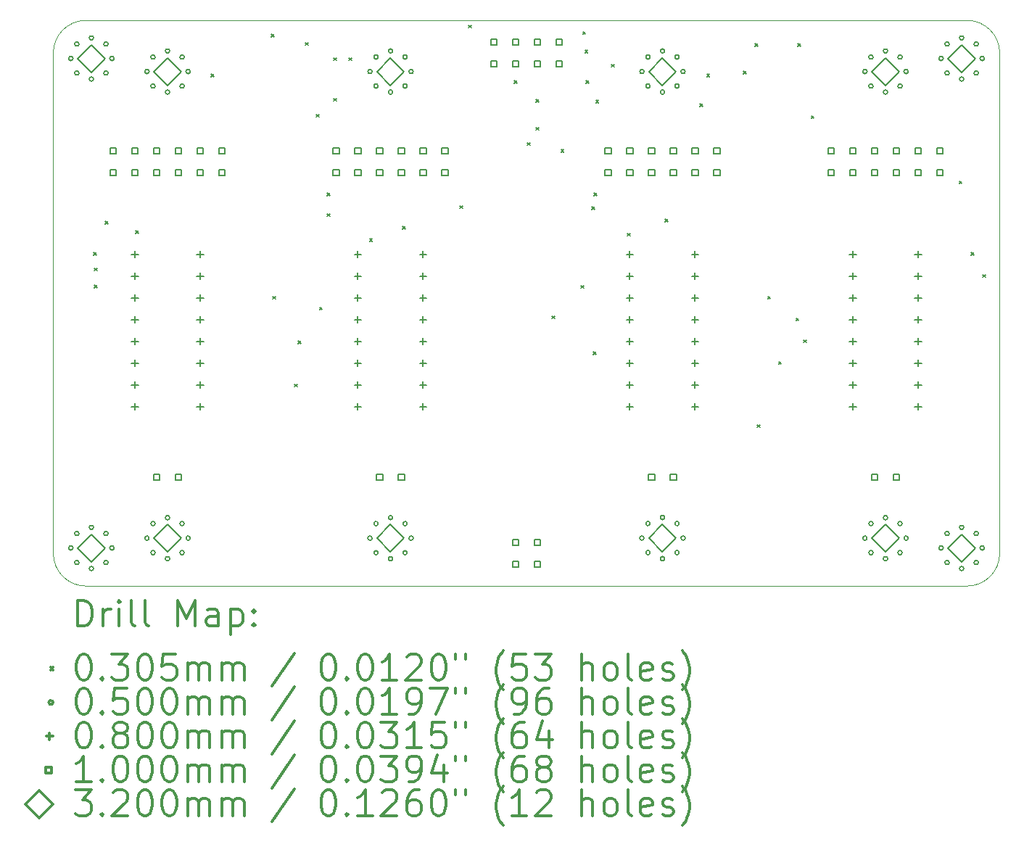
<source format=gbr>
%FSLAX45Y45*%
G04 Gerber Fmt 4.5, Leading zero omitted, Abs format (unit mm)*
G04 Created by KiCad (PCBNEW (5.1.12-1-10_14)) date 2022-01-30 16:38:16*
%MOMM*%
%LPD*%
G01*
G04 APERTURE LIST*
%TA.AperFunction,Profile*%
%ADD10C,0.050000*%
%TD*%
%ADD11C,0.200000*%
%ADD12C,0.300000*%
G04 APERTURE END LIST*
D10*
X19431000Y-6858000D02*
G75*
G02*
X19812000Y-7239000I0J-381000D01*
G01*
X19812000Y-13081000D02*
G75*
G02*
X19431000Y-13462000I-381000J0D01*
G01*
X9144000Y-13462000D02*
G75*
G02*
X8763000Y-13081000I0J381000D01*
G01*
X8763000Y-7239000D02*
G75*
G02*
X9144000Y-6858000I381000J0D01*
G01*
X19431000Y-6858000D02*
X9144000Y-6858000D01*
X19812000Y-13081000D02*
X19812000Y-7239000D01*
X9144000Y-13462000D02*
X19431000Y-13462000D01*
X8763000Y-7239000D02*
X8763000Y-13081000D01*
D11*
X9236710Y-9566910D02*
X9267190Y-9597390D01*
X9267190Y-9566910D02*
X9236710Y-9597390D01*
X9243060Y-9751060D02*
X9273540Y-9781540D01*
X9273540Y-9751060D02*
X9243060Y-9781540D01*
X9243060Y-9947910D02*
X9273540Y-9978390D01*
X9273540Y-9947910D02*
X9243060Y-9978390D01*
X9370060Y-9204960D02*
X9400540Y-9235440D01*
X9400540Y-9204960D02*
X9370060Y-9235440D01*
X9725660Y-9312910D02*
X9756140Y-9343390D01*
X9756140Y-9312910D02*
X9725660Y-9343390D01*
X10608310Y-7484110D02*
X10638790Y-7514590D01*
X10638790Y-7484110D02*
X10608310Y-7514590D01*
X11306810Y-7020560D02*
X11337290Y-7051040D01*
X11337290Y-7020560D02*
X11306810Y-7051040D01*
X11325860Y-10081260D02*
X11356340Y-10111740D01*
X11356340Y-10081260D02*
X11325860Y-10111740D01*
X11579860Y-11103610D02*
X11610340Y-11134090D01*
X11610340Y-11103610D02*
X11579860Y-11134090D01*
X11624310Y-10601960D02*
X11654790Y-10632440D01*
X11654790Y-10601960D02*
X11624310Y-10632440D01*
X11706860Y-7115810D02*
X11737340Y-7146290D01*
X11737340Y-7115810D02*
X11706860Y-7146290D01*
X11833860Y-7954010D02*
X11864340Y-7984490D01*
X11864340Y-7954010D02*
X11833860Y-7984490D01*
X11871960Y-10208260D02*
X11902440Y-10238740D01*
X11902440Y-10208260D02*
X11871960Y-10238740D01*
X11960860Y-8874760D02*
X11991340Y-8905240D01*
X11991340Y-8874760D02*
X11960860Y-8905240D01*
X11960860Y-9116060D02*
X11991340Y-9146540D01*
X11991340Y-9116060D02*
X11960860Y-9146540D01*
X12037060Y-7293610D02*
X12067540Y-7324090D01*
X12067540Y-7293610D02*
X12037060Y-7324090D01*
X12037060Y-7769860D02*
X12067540Y-7800340D01*
X12067540Y-7769860D02*
X12037060Y-7800340D01*
X12214860Y-7293610D02*
X12245340Y-7324090D01*
X12245340Y-7293610D02*
X12214860Y-7324090D01*
X12456160Y-9408160D02*
X12486640Y-9438640D01*
X12486640Y-9408160D02*
X12456160Y-9438640D01*
X12843510Y-9262110D02*
X12873990Y-9292590D01*
X12873990Y-9262110D02*
X12843510Y-9292590D01*
X13510260Y-9020810D02*
X13540740Y-9051290D01*
X13540740Y-9020810D02*
X13510260Y-9051290D01*
X13611860Y-6912610D02*
X13642340Y-6943090D01*
X13642340Y-6912610D02*
X13611860Y-6943090D01*
X14145260Y-7560310D02*
X14175740Y-7590790D01*
X14175740Y-7560310D02*
X14145260Y-7590790D01*
X14297660Y-8284210D02*
X14328140Y-8314690D01*
X14328140Y-8284210D02*
X14297660Y-8314690D01*
X14399260Y-7782560D02*
X14429740Y-7813040D01*
X14429740Y-7782560D02*
X14399260Y-7813040D01*
X14399260Y-8106410D02*
X14429740Y-8136890D01*
X14429740Y-8106410D02*
X14399260Y-8136890D01*
X14583410Y-10309860D02*
X14613890Y-10340340D01*
X14613890Y-10309860D02*
X14583410Y-10340340D01*
X14691360Y-8366760D02*
X14721840Y-8397240D01*
X14721840Y-8366760D02*
X14691360Y-8397240D01*
X14926310Y-9954260D02*
X14956790Y-9984740D01*
X14956790Y-9954260D02*
X14926310Y-9984740D01*
X14945360Y-6988810D02*
X14975840Y-7019290D01*
X14975840Y-6988810D02*
X14945360Y-7019290D01*
X14970760Y-7204710D02*
X15001240Y-7235190D01*
X15001240Y-7204710D02*
X14970760Y-7235190D01*
X14983460Y-7560310D02*
X15013940Y-7590790D01*
X15013940Y-7560310D02*
X14983460Y-7590790D01*
X15053310Y-9033510D02*
X15083790Y-9063990D01*
X15083790Y-9033510D02*
X15053310Y-9063990D01*
X15066010Y-10728960D02*
X15096490Y-10759440D01*
X15096490Y-10728960D02*
X15066010Y-10759440D01*
X15078710Y-8874760D02*
X15109190Y-8905240D01*
X15109190Y-8874760D02*
X15078710Y-8905240D01*
X15097760Y-7788910D02*
X15128240Y-7819390D01*
X15128240Y-7788910D02*
X15097760Y-7819390D01*
X15281910Y-7369810D02*
X15312390Y-7400290D01*
X15312390Y-7369810D02*
X15281910Y-7400290D01*
X15466060Y-9344660D02*
X15496540Y-9375140D01*
X15496540Y-9344660D02*
X15466060Y-9375140D01*
X15904210Y-9179560D02*
X15934690Y-9210040D01*
X15934690Y-9179560D02*
X15904210Y-9210040D01*
X16310610Y-7833360D02*
X16341090Y-7863840D01*
X16341090Y-7833360D02*
X16310610Y-7863840D01*
X16393160Y-7484110D02*
X16423640Y-7514590D01*
X16423640Y-7484110D02*
X16393160Y-7514590D01*
X16818610Y-7452360D02*
X16849090Y-7482840D01*
X16849090Y-7452360D02*
X16818610Y-7482840D01*
X16958310Y-7128510D02*
X16988790Y-7158990D01*
X16988790Y-7128510D02*
X16958310Y-7158990D01*
X16983710Y-11579860D02*
X17014190Y-11610340D01*
X17014190Y-11579860D02*
X16983710Y-11610340D01*
X17104360Y-10081260D02*
X17134840Y-10111740D01*
X17134840Y-10081260D02*
X17104360Y-10111740D01*
X17231360Y-10843260D02*
X17261840Y-10873740D01*
X17261840Y-10843260D02*
X17231360Y-10873740D01*
X17434560Y-10335260D02*
X17465040Y-10365740D01*
X17465040Y-10335260D02*
X17434560Y-10365740D01*
X17453610Y-7128510D02*
X17484090Y-7158990D01*
X17484090Y-7128510D02*
X17453610Y-7158990D01*
X17523460Y-10589260D02*
X17553940Y-10619740D01*
X17553940Y-10589260D02*
X17523460Y-10619740D01*
X17612360Y-7973060D02*
X17642840Y-8003540D01*
X17642840Y-7973060D02*
X17612360Y-8003540D01*
X19339560Y-8735060D02*
X19370040Y-8765540D01*
X19370040Y-8735060D02*
X19339560Y-8765540D01*
X19479260Y-9566910D02*
X19509740Y-9597390D01*
X19509740Y-9566910D02*
X19479260Y-9597390D01*
X19612610Y-9827260D02*
X19643090Y-9857740D01*
X19643090Y-9827260D02*
X19612610Y-9857740D01*
X8992500Y-7302500D02*
G75*
G03*
X8992500Y-7302500I-25000J0D01*
G01*
X8992500Y-13017500D02*
G75*
G03*
X8992500Y-13017500I-25000J0D01*
G01*
X9062794Y-7132794D02*
G75*
G03*
X9062794Y-7132794I-25000J0D01*
G01*
X9062794Y-7472206D02*
G75*
G03*
X9062794Y-7472206I-25000J0D01*
G01*
X9062794Y-12847794D02*
G75*
G03*
X9062794Y-12847794I-25000J0D01*
G01*
X9062794Y-13187206D02*
G75*
G03*
X9062794Y-13187206I-25000J0D01*
G01*
X9232500Y-7062500D02*
G75*
G03*
X9232500Y-7062500I-25000J0D01*
G01*
X9232500Y-7542500D02*
G75*
G03*
X9232500Y-7542500I-25000J0D01*
G01*
X9232500Y-12777500D02*
G75*
G03*
X9232500Y-12777500I-25000J0D01*
G01*
X9232500Y-13257500D02*
G75*
G03*
X9232500Y-13257500I-25000J0D01*
G01*
X9402206Y-7132794D02*
G75*
G03*
X9402206Y-7132794I-25000J0D01*
G01*
X9402206Y-7472206D02*
G75*
G03*
X9402206Y-7472206I-25000J0D01*
G01*
X9402206Y-12847794D02*
G75*
G03*
X9402206Y-12847794I-25000J0D01*
G01*
X9402206Y-13187206D02*
G75*
G03*
X9402206Y-13187206I-25000J0D01*
G01*
X9472500Y-7302500D02*
G75*
G03*
X9472500Y-7302500I-25000J0D01*
G01*
X9472500Y-13017500D02*
G75*
G03*
X9472500Y-13017500I-25000J0D01*
G01*
X9881500Y-7454900D02*
G75*
G03*
X9881500Y-7454900I-25000J0D01*
G01*
X9881500Y-12903200D02*
G75*
G03*
X9881500Y-12903200I-25000J0D01*
G01*
X9951794Y-7285194D02*
G75*
G03*
X9951794Y-7285194I-25000J0D01*
G01*
X9951794Y-7624606D02*
G75*
G03*
X9951794Y-7624606I-25000J0D01*
G01*
X9951794Y-12733494D02*
G75*
G03*
X9951794Y-12733494I-25000J0D01*
G01*
X9951794Y-13072906D02*
G75*
G03*
X9951794Y-13072906I-25000J0D01*
G01*
X10121500Y-7214900D02*
G75*
G03*
X10121500Y-7214900I-25000J0D01*
G01*
X10121500Y-7694900D02*
G75*
G03*
X10121500Y-7694900I-25000J0D01*
G01*
X10121500Y-12663200D02*
G75*
G03*
X10121500Y-12663200I-25000J0D01*
G01*
X10121500Y-13143200D02*
G75*
G03*
X10121500Y-13143200I-25000J0D01*
G01*
X10291206Y-7285194D02*
G75*
G03*
X10291206Y-7285194I-25000J0D01*
G01*
X10291206Y-7624606D02*
G75*
G03*
X10291206Y-7624606I-25000J0D01*
G01*
X10291206Y-12733494D02*
G75*
G03*
X10291206Y-12733494I-25000J0D01*
G01*
X10291206Y-13072906D02*
G75*
G03*
X10291206Y-13072906I-25000J0D01*
G01*
X10361500Y-7454900D02*
G75*
G03*
X10361500Y-7454900I-25000J0D01*
G01*
X10361500Y-12903200D02*
G75*
G03*
X10361500Y-12903200I-25000J0D01*
G01*
X12485000Y-7454900D02*
G75*
G03*
X12485000Y-7454900I-25000J0D01*
G01*
X12485000Y-12903200D02*
G75*
G03*
X12485000Y-12903200I-25000J0D01*
G01*
X12555294Y-7285194D02*
G75*
G03*
X12555294Y-7285194I-25000J0D01*
G01*
X12555294Y-7624606D02*
G75*
G03*
X12555294Y-7624606I-25000J0D01*
G01*
X12555294Y-12733494D02*
G75*
G03*
X12555294Y-12733494I-25000J0D01*
G01*
X12555294Y-13072906D02*
G75*
G03*
X12555294Y-13072906I-25000J0D01*
G01*
X12725000Y-7214900D02*
G75*
G03*
X12725000Y-7214900I-25000J0D01*
G01*
X12725000Y-7694900D02*
G75*
G03*
X12725000Y-7694900I-25000J0D01*
G01*
X12725000Y-12663200D02*
G75*
G03*
X12725000Y-12663200I-25000J0D01*
G01*
X12725000Y-13143200D02*
G75*
G03*
X12725000Y-13143200I-25000J0D01*
G01*
X12894706Y-7285194D02*
G75*
G03*
X12894706Y-7285194I-25000J0D01*
G01*
X12894706Y-7624606D02*
G75*
G03*
X12894706Y-7624606I-25000J0D01*
G01*
X12894706Y-12733494D02*
G75*
G03*
X12894706Y-12733494I-25000J0D01*
G01*
X12894706Y-13072906D02*
G75*
G03*
X12894706Y-13072906I-25000J0D01*
G01*
X12965000Y-7454900D02*
G75*
G03*
X12965000Y-7454900I-25000J0D01*
G01*
X12965000Y-12903200D02*
G75*
G03*
X12965000Y-12903200I-25000J0D01*
G01*
X15660000Y-7454900D02*
G75*
G03*
X15660000Y-7454900I-25000J0D01*
G01*
X15660000Y-12901900D02*
G75*
G03*
X15660000Y-12901900I-25000J0D01*
G01*
X15730294Y-7285194D02*
G75*
G03*
X15730294Y-7285194I-25000J0D01*
G01*
X15730294Y-7624606D02*
G75*
G03*
X15730294Y-7624606I-25000J0D01*
G01*
X15730294Y-12732194D02*
G75*
G03*
X15730294Y-12732194I-25000J0D01*
G01*
X15730294Y-13071606D02*
G75*
G03*
X15730294Y-13071606I-25000J0D01*
G01*
X15900000Y-7214900D02*
G75*
G03*
X15900000Y-7214900I-25000J0D01*
G01*
X15900000Y-7694900D02*
G75*
G03*
X15900000Y-7694900I-25000J0D01*
G01*
X15900000Y-12661900D02*
G75*
G03*
X15900000Y-12661900I-25000J0D01*
G01*
X15900000Y-13141900D02*
G75*
G03*
X15900000Y-13141900I-25000J0D01*
G01*
X16069706Y-7285194D02*
G75*
G03*
X16069706Y-7285194I-25000J0D01*
G01*
X16069706Y-7624606D02*
G75*
G03*
X16069706Y-7624606I-25000J0D01*
G01*
X16069706Y-12732194D02*
G75*
G03*
X16069706Y-12732194I-25000J0D01*
G01*
X16069706Y-13071606D02*
G75*
G03*
X16069706Y-13071606I-25000J0D01*
G01*
X16140000Y-7454900D02*
G75*
G03*
X16140000Y-7454900I-25000J0D01*
G01*
X16140000Y-12901900D02*
G75*
G03*
X16140000Y-12901900I-25000J0D01*
G01*
X18263500Y-7454900D02*
G75*
G03*
X18263500Y-7454900I-25000J0D01*
G01*
X18263500Y-12903200D02*
G75*
G03*
X18263500Y-12903200I-25000J0D01*
G01*
X18333794Y-7285194D02*
G75*
G03*
X18333794Y-7285194I-25000J0D01*
G01*
X18333794Y-7624606D02*
G75*
G03*
X18333794Y-7624606I-25000J0D01*
G01*
X18333794Y-12733494D02*
G75*
G03*
X18333794Y-12733494I-25000J0D01*
G01*
X18333794Y-13072906D02*
G75*
G03*
X18333794Y-13072906I-25000J0D01*
G01*
X18503500Y-7214900D02*
G75*
G03*
X18503500Y-7214900I-25000J0D01*
G01*
X18503500Y-7694900D02*
G75*
G03*
X18503500Y-7694900I-25000J0D01*
G01*
X18503500Y-12663200D02*
G75*
G03*
X18503500Y-12663200I-25000J0D01*
G01*
X18503500Y-13143200D02*
G75*
G03*
X18503500Y-13143200I-25000J0D01*
G01*
X18673206Y-7285194D02*
G75*
G03*
X18673206Y-7285194I-25000J0D01*
G01*
X18673206Y-7624606D02*
G75*
G03*
X18673206Y-7624606I-25000J0D01*
G01*
X18673206Y-12733494D02*
G75*
G03*
X18673206Y-12733494I-25000J0D01*
G01*
X18673206Y-13072906D02*
G75*
G03*
X18673206Y-13072906I-25000J0D01*
G01*
X18743500Y-7454900D02*
G75*
G03*
X18743500Y-7454900I-25000J0D01*
G01*
X18743500Y-12903200D02*
G75*
G03*
X18743500Y-12903200I-25000J0D01*
G01*
X19152500Y-7302500D02*
G75*
G03*
X19152500Y-7302500I-25000J0D01*
G01*
X19152500Y-13017500D02*
G75*
G03*
X19152500Y-13017500I-25000J0D01*
G01*
X19222794Y-7132794D02*
G75*
G03*
X19222794Y-7132794I-25000J0D01*
G01*
X19222794Y-7472206D02*
G75*
G03*
X19222794Y-7472206I-25000J0D01*
G01*
X19222794Y-12847794D02*
G75*
G03*
X19222794Y-12847794I-25000J0D01*
G01*
X19222794Y-13187206D02*
G75*
G03*
X19222794Y-13187206I-25000J0D01*
G01*
X19392500Y-7062500D02*
G75*
G03*
X19392500Y-7062500I-25000J0D01*
G01*
X19392500Y-7542500D02*
G75*
G03*
X19392500Y-7542500I-25000J0D01*
G01*
X19392500Y-12777500D02*
G75*
G03*
X19392500Y-12777500I-25000J0D01*
G01*
X19392500Y-13257500D02*
G75*
G03*
X19392500Y-13257500I-25000J0D01*
G01*
X19562206Y-7132794D02*
G75*
G03*
X19562206Y-7132794I-25000J0D01*
G01*
X19562206Y-7472206D02*
G75*
G03*
X19562206Y-7472206I-25000J0D01*
G01*
X19562206Y-12847794D02*
G75*
G03*
X19562206Y-12847794I-25000J0D01*
G01*
X19562206Y-13187206D02*
G75*
G03*
X19562206Y-13187206I-25000J0D01*
G01*
X19632500Y-7302500D02*
G75*
G03*
X19632500Y-7302500I-25000J0D01*
G01*
X19632500Y-13017500D02*
G75*
G03*
X19632500Y-13017500I-25000J0D01*
G01*
X9715500Y-9548500D02*
X9715500Y-9628500D01*
X9675500Y-9588500D02*
X9755500Y-9588500D01*
X9715500Y-9802500D02*
X9715500Y-9882500D01*
X9675500Y-9842500D02*
X9755500Y-9842500D01*
X9715500Y-10056500D02*
X9715500Y-10136500D01*
X9675500Y-10096500D02*
X9755500Y-10096500D01*
X9715500Y-10310500D02*
X9715500Y-10390500D01*
X9675500Y-10350500D02*
X9755500Y-10350500D01*
X9715500Y-10564500D02*
X9715500Y-10644500D01*
X9675500Y-10604500D02*
X9755500Y-10604500D01*
X9715500Y-10818500D02*
X9715500Y-10898500D01*
X9675500Y-10858500D02*
X9755500Y-10858500D01*
X9715500Y-11072500D02*
X9715500Y-11152500D01*
X9675500Y-11112500D02*
X9755500Y-11112500D01*
X9715500Y-11326500D02*
X9715500Y-11406500D01*
X9675500Y-11366500D02*
X9755500Y-11366500D01*
X10477500Y-9548500D02*
X10477500Y-9628500D01*
X10437500Y-9588500D02*
X10517500Y-9588500D01*
X10477500Y-9802500D02*
X10477500Y-9882500D01*
X10437500Y-9842500D02*
X10517500Y-9842500D01*
X10477500Y-10056500D02*
X10477500Y-10136500D01*
X10437500Y-10096500D02*
X10517500Y-10096500D01*
X10477500Y-10310500D02*
X10477500Y-10390500D01*
X10437500Y-10350500D02*
X10517500Y-10350500D01*
X10477500Y-10564500D02*
X10477500Y-10644500D01*
X10437500Y-10604500D02*
X10517500Y-10604500D01*
X10477500Y-10818500D02*
X10477500Y-10898500D01*
X10437500Y-10858500D02*
X10517500Y-10858500D01*
X10477500Y-11072500D02*
X10477500Y-11152500D01*
X10437500Y-11112500D02*
X10517500Y-11112500D01*
X10477500Y-11326500D02*
X10477500Y-11406500D01*
X10437500Y-11366500D02*
X10517500Y-11366500D01*
X12319000Y-9548500D02*
X12319000Y-9628500D01*
X12279000Y-9588500D02*
X12359000Y-9588500D01*
X12319000Y-9802500D02*
X12319000Y-9882500D01*
X12279000Y-9842500D02*
X12359000Y-9842500D01*
X12319000Y-10056500D02*
X12319000Y-10136500D01*
X12279000Y-10096500D02*
X12359000Y-10096500D01*
X12319000Y-10310500D02*
X12319000Y-10390500D01*
X12279000Y-10350500D02*
X12359000Y-10350500D01*
X12319000Y-10564500D02*
X12319000Y-10644500D01*
X12279000Y-10604500D02*
X12359000Y-10604500D01*
X12319000Y-10818500D02*
X12319000Y-10898500D01*
X12279000Y-10858500D02*
X12359000Y-10858500D01*
X12319000Y-11072500D02*
X12319000Y-11152500D01*
X12279000Y-11112500D02*
X12359000Y-11112500D01*
X12319000Y-11326500D02*
X12319000Y-11406500D01*
X12279000Y-11366500D02*
X12359000Y-11366500D01*
X13081000Y-9548500D02*
X13081000Y-9628500D01*
X13041000Y-9588500D02*
X13121000Y-9588500D01*
X13081000Y-9802500D02*
X13081000Y-9882500D01*
X13041000Y-9842500D02*
X13121000Y-9842500D01*
X13081000Y-10056500D02*
X13081000Y-10136500D01*
X13041000Y-10096500D02*
X13121000Y-10096500D01*
X13081000Y-10310500D02*
X13081000Y-10390500D01*
X13041000Y-10350500D02*
X13121000Y-10350500D01*
X13081000Y-10564500D02*
X13081000Y-10644500D01*
X13041000Y-10604500D02*
X13121000Y-10604500D01*
X13081000Y-10818500D02*
X13081000Y-10898500D01*
X13041000Y-10858500D02*
X13121000Y-10858500D01*
X13081000Y-11072500D02*
X13081000Y-11152500D01*
X13041000Y-11112500D02*
X13121000Y-11112500D01*
X13081000Y-11326500D02*
X13081000Y-11406500D01*
X13041000Y-11366500D02*
X13121000Y-11366500D01*
X15494000Y-9548500D02*
X15494000Y-9628500D01*
X15454000Y-9588500D02*
X15534000Y-9588500D01*
X15494000Y-9802500D02*
X15494000Y-9882500D01*
X15454000Y-9842500D02*
X15534000Y-9842500D01*
X15494000Y-10056500D02*
X15494000Y-10136500D01*
X15454000Y-10096500D02*
X15534000Y-10096500D01*
X15494000Y-10310500D02*
X15494000Y-10390500D01*
X15454000Y-10350500D02*
X15534000Y-10350500D01*
X15494000Y-10564500D02*
X15494000Y-10644500D01*
X15454000Y-10604500D02*
X15534000Y-10604500D01*
X15494000Y-10818500D02*
X15494000Y-10898500D01*
X15454000Y-10858500D02*
X15534000Y-10858500D01*
X15494000Y-11072500D02*
X15494000Y-11152500D01*
X15454000Y-11112500D02*
X15534000Y-11112500D01*
X15494000Y-11326500D02*
X15494000Y-11406500D01*
X15454000Y-11366500D02*
X15534000Y-11366500D01*
X16256000Y-9548500D02*
X16256000Y-9628500D01*
X16216000Y-9588500D02*
X16296000Y-9588500D01*
X16256000Y-9802500D02*
X16256000Y-9882500D01*
X16216000Y-9842500D02*
X16296000Y-9842500D01*
X16256000Y-10056500D02*
X16256000Y-10136500D01*
X16216000Y-10096500D02*
X16296000Y-10096500D01*
X16256000Y-10310500D02*
X16256000Y-10390500D01*
X16216000Y-10350500D02*
X16296000Y-10350500D01*
X16256000Y-10564500D02*
X16256000Y-10644500D01*
X16216000Y-10604500D02*
X16296000Y-10604500D01*
X16256000Y-10818500D02*
X16256000Y-10898500D01*
X16216000Y-10858500D02*
X16296000Y-10858500D01*
X16256000Y-11072500D02*
X16256000Y-11152500D01*
X16216000Y-11112500D02*
X16296000Y-11112500D01*
X16256000Y-11326500D02*
X16256000Y-11406500D01*
X16216000Y-11366500D02*
X16296000Y-11366500D01*
X18097500Y-9548500D02*
X18097500Y-9628500D01*
X18057500Y-9588500D02*
X18137500Y-9588500D01*
X18097500Y-9802500D02*
X18097500Y-9882500D01*
X18057500Y-9842500D02*
X18137500Y-9842500D01*
X18097500Y-10056500D02*
X18097500Y-10136500D01*
X18057500Y-10096500D02*
X18137500Y-10096500D01*
X18097500Y-10310500D02*
X18097500Y-10390500D01*
X18057500Y-10350500D02*
X18137500Y-10350500D01*
X18097500Y-10564500D02*
X18097500Y-10644500D01*
X18057500Y-10604500D02*
X18137500Y-10604500D01*
X18097500Y-10818500D02*
X18097500Y-10898500D01*
X18057500Y-10858500D02*
X18137500Y-10858500D01*
X18097500Y-11072500D02*
X18097500Y-11152500D01*
X18057500Y-11112500D02*
X18137500Y-11112500D01*
X18097500Y-11326500D02*
X18097500Y-11406500D01*
X18057500Y-11366500D02*
X18137500Y-11366500D01*
X18859500Y-9548500D02*
X18859500Y-9628500D01*
X18819500Y-9588500D02*
X18899500Y-9588500D01*
X18859500Y-9802500D02*
X18859500Y-9882500D01*
X18819500Y-9842500D02*
X18899500Y-9842500D01*
X18859500Y-10056500D02*
X18859500Y-10136500D01*
X18819500Y-10096500D02*
X18899500Y-10096500D01*
X18859500Y-10310500D02*
X18859500Y-10390500D01*
X18819500Y-10350500D02*
X18899500Y-10350500D01*
X18859500Y-10564500D02*
X18859500Y-10644500D01*
X18819500Y-10604500D02*
X18899500Y-10604500D01*
X18859500Y-10818500D02*
X18859500Y-10898500D01*
X18819500Y-10858500D02*
X18899500Y-10858500D01*
X18859500Y-11072500D02*
X18859500Y-11152500D01*
X18819500Y-11112500D02*
X18899500Y-11112500D01*
X18859500Y-11326500D02*
X18859500Y-11406500D01*
X18819500Y-11366500D02*
X18899500Y-11366500D01*
X9496856Y-8417356D02*
X9496856Y-8346644D01*
X9426144Y-8346644D01*
X9426144Y-8417356D01*
X9496856Y-8417356D01*
X9496856Y-8671356D02*
X9496856Y-8600644D01*
X9426144Y-8600644D01*
X9426144Y-8671356D01*
X9496856Y-8671356D01*
X9750856Y-8417356D02*
X9750856Y-8346644D01*
X9680144Y-8346644D01*
X9680144Y-8417356D01*
X9750856Y-8417356D01*
X9750856Y-8671356D02*
X9750856Y-8600644D01*
X9680144Y-8600644D01*
X9680144Y-8671356D01*
X9750856Y-8671356D01*
X10004856Y-8417356D02*
X10004856Y-8346644D01*
X9934144Y-8346644D01*
X9934144Y-8417356D01*
X10004856Y-8417356D01*
X10004856Y-8671356D02*
X10004856Y-8600644D01*
X9934144Y-8600644D01*
X9934144Y-8671356D01*
X10004856Y-8671356D01*
X10004856Y-12227356D02*
X10004856Y-12156644D01*
X9934144Y-12156644D01*
X9934144Y-12227356D01*
X10004856Y-12227356D01*
X10258856Y-8417356D02*
X10258856Y-8346644D01*
X10188144Y-8346644D01*
X10188144Y-8417356D01*
X10258856Y-8417356D01*
X10258856Y-8671356D02*
X10258856Y-8600644D01*
X10188144Y-8600644D01*
X10188144Y-8671356D01*
X10258856Y-8671356D01*
X10258856Y-12227356D02*
X10258856Y-12156644D01*
X10188144Y-12156644D01*
X10188144Y-12227356D01*
X10258856Y-12227356D01*
X10512856Y-8417356D02*
X10512856Y-8346644D01*
X10442144Y-8346644D01*
X10442144Y-8417356D01*
X10512856Y-8417356D01*
X10512856Y-8671356D02*
X10512856Y-8600644D01*
X10442144Y-8600644D01*
X10442144Y-8671356D01*
X10512856Y-8671356D01*
X10766856Y-8417356D02*
X10766856Y-8346644D01*
X10696144Y-8346644D01*
X10696144Y-8417356D01*
X10766856Y-8417356D01*
X10766856Y-8671356D02*
X10766856Y-8600644D01*
X10696144Y-8600644D01*
X10696144Y-8671356D01*
X10766856Y-8671356D01*
X12100356Y-8417356D02*
X12100356Y-8346644D01*
X12029644Y-8346644D01*
X12029644Y-8417356D01*
X12100356Y-8417356D01*
X12100356Y-8671356D02*
X12100356Y-8600644D01*
X12029644Y-8600644D01*
X12029644Y-8671356D01*
X12100356Y-8671356D01*
X12354356Y-8417356D02*
X12354356Y-8346644D01*
X12283644Y-8346644D01*
X12283644Y-8417356D01*
X12354356Y-8417356D01*
X12354356Y-8671356D02*
X12354356Y-8600644D01*
X12283644Y-8600644D01*
X12283644Y-8671356D01*
X12354356Y-8671356D01*
X12608356Y-8417356D02*
X12608356Y-8346644D01*
X12537644Y-8346644D01*
X12537644Y-8417356D01*
X12608356Y-8417356D01*
X12608356Y-8671356D02*
X12608356Y-8600644D01*
X12537644Y-8600644D01*
X12537644Y-8671356D01*
X12608356Y-8671356D01*
X12608356Y-12227356D02*
X12608356Y-12156644D01*
X12537644Y-12156644D01*
X12537644Y-12227356D01*
X12608356Y-12227356D01*
X12862356Y-8417356D02*
X12862356Y-8346644D01*
X12791644Y-8346644D01*
X12791644Y-8417356D01*
X12862356Y-8417356D01*
X12862356Y-8671356D02*
X12862356Y-8600644D01*
X12791644Y-8600644D01*
X12791644Y-8671356D01*
X12862356Y-8671356D01*
X12862356Y-12227356D02*
X12862356Y-12156644D01*
X12791644Y-12156644D01*
X12791644Y-12227356D01*
X12862356Y-12227356D01*
X13116356Y-8417356D02*
X13116356Y-8346644D01*
X13045644Y-8346644D01*
X13045644Y-8417356D01*
X13116356Y-8417356D01*
X13116356Y-8671356D02*
X13116356Y-8600644D01*
X13045644Y-8600644D01*
X13045644Y-8671356D01*
X13116356Y-8671356D01*
X13370356Y-8417356D02*
X13370356Y-8346644D01*
X13299644Y-8346644D01*
X13299644Y-8417356D01*
X13370356Y-8417356D01*
X13370356Y-8671356D02*
X13370356Y-8600644D01*
X13299644Y-8600644D01*
X13299644Y-8671356D01*
X13370356Y-8671356D01*
X13941856Y-7147356D02*
X13941856Y-7076644D01*
X13871144Y-7076644D01*
X13871144Y-7147356D01*
X13941856Y-7147356D01*
X13941856Y-7401356D02*
X13941856Y-7330644D01*
X13871144Y-7330644D01*
X13871144Y-7401356D01*
X13941856Y-7401356D01*
X14195856Y-7147356D02*
X14195856Y-7076644D01*
X14125144Y-7076644D01*
X14125144Y-7147356D01*
X14195856Y-7147356D01*
X14195856Y-7401356D02*
X14195856Y-7330644D01*
X14125144Y-7330644D01*
X14125144Y-7401356D01*
X14195856Y-7401356D01*
X14195856Y-12989356D02*
X14195856Y-12918644D01*
X14125144Y-12918644D01*
X14125144Y-12989356D01*
X14195856Y-12989356D01*
X14195856Y-13243356D02*
X14195856Y-13172644D01*
X14125144Y-13172644D01*
X14125144Y-13243356D01*
X14195856Y-13243356D01*
X14449856Y-7147356D02*
X14449856Y-7076644D01*
X14379144Y-7076644D01*
X14379144Y-7147356D01*
X14449856Y-7147356D01*
X14449856Y-7401356D02*
X14449856Y-7330644D01*
X14379144Y-7330644D01*
X14379144Y-7401356D01*
X14449856Y-7401356D01*
X14449856Y-12989356D02*
X14449856Y-12918644D01*
X14379144Y-12918644D01*
X14379144Y-12989356D01*
X14449856Y-12989356D01*
X14449856Y-13243356D02*
X14449856Y-13172644D01*
X14379144Y-13172644D01*
X14379144Y-13243356D01*
X14449856Y-13243356D01*
X14703856Y-7147356D02*
X14703856Y-7076644D01*
X14633144Y-7076644D01*
X14633144Y-7147356D01*
X14703856Y-7147356D01*
X14703856Y-7401356D02*
X14703856Y-7330644D01*
X14633144Y-7330644D01*
X14633144Y-7401356D01*
X14703856Y-7401356D01*
X15275356Y-8417356D02*
X15275356Y-8346644D01*
X15204644Y-8346644D01*
X15204644Y-8417356D01*
X15275356Y-8417356D01*
X15275356Y-8671356D02*
X15275356Y-8600644D01*
X15204644Y-8600644D01*
X15204644Y-8671356D01*
X15275356Y-8671356D01*
X15529356Y-8417356D02*
X15529356Y-8346644D01*
X15458644Y-8346644D01*
X15458644Y-8417356D01*
X15529356Y-8417356D01*
X15529356Y-8671356D02*
X15529356Y-8600644D01*
X15458644Y-8600644D01*
X15458644Y-8671356D01*
X15529356Y-8671356D01*
X15783356Y-8417356D02*
X15783356Y-8346644D01*
X15712644Y-8346644D01*
X15712644Y-8417356D01*
X15783356Y-8417356D01*
X15783356Y-8671356D02*
X15783356Y-8600644D01*
X15712644Y-8600644D01*
X15712644Y-8671356D01*
X15783356Y-8671356D01*
X15783356Y-12227356D02*
X15783356Y-12156644D01*
X15712644Y-12156644D01*
X15712644Y-12227356D01*
X15783356Y-12227356D01*
X16037356Y-8417356D02*
X16037356Y-8346644D01*
X15966644Y-8346644D01*
X15966644Y-8417356D01*
X16037356Y-8417356D01*
X16037356Y-8671356D02*
X16037356Y-8600644D01*
X15966644Y-8600644D01*
X15966644Y-8671356D01*
X16037356Y-8671356D01*
X16037356Y-12227356D02*
X16037356Y-12156644D01*
X15966644Y-12156644D01*
X15966644Y-12227356D01*
X16037356Y-12227356D01*
X16291356Y-8417356D02*
X16291356Y-8346644D01*
X16220644Y-8346644D01*
X16220644Y-8417356D01*
X16291356Y-8417356D01*
X16291356Y-8671356D02*
X16291356Y-8600644D01*
X16220644Y-8600644D01*
X16220644Y-8671356D01*
X16291356Y-8671356D01*
X16545356Y-8417356D02*
X16545356Y-8346644D01*
X16474644Y-8346644D01*
X16474644Y-8417356D01*
X16545356Y-8417356D01*
X16545356Y-8671356D02*
X16545356Y-8600644D01*
X16474644Y-8600644D01*
X16474644Y-8671356D01*
X16545356Y-8671356D01*
X17878856Y-8417356D02*
X17878856Y-8346644D01*
X17808144Y-8346644D01*
X17808144Y-8417356D01*
X17878856Y-8417356D01*
X17878856Y-8671356D02*
X17878856Y-8600644D01*
X17808144Y-8600644D01*
X17808144Y-8671356D01*
X17878856Y-8671356D01*
X18132856Y-8417356D02*
X18132856Y-8346644D01*
X18062144Y-8346644D01*
X18062144Y-8417356D01*
X18132856Y-8417356D01*
X18132856Y-8671356D02*
X18132856Y-8600644D01*
X18062144Y-8600644D01*
X18062144Y-8671356D01*
X18132856Y-8671356D01*
X18386856Y-8417356D02*
X18386856Y-8346644D01*
X18316144Y-8346644D01*
X18316144Y-8417356D01*
X18386856Y-8417356D01*
X18386856Y-8671356D02*
X18386856Y-8600644D01*
X18316144Y-8600644D01*
X18316144Y-8671356D01*
X18386856Y-8671356D01*
X18386856Y-12227356D02*
X18386856Y-12156644D01*
X18316144Y-12156644D01*
X18316144Y-12227356D01*
X18386856Y-12227356D01*
X18640856Y-8417356D02*
X18640856Y-8346644D01*
X18570144Y-8346644D01*
X18570144Y-8417356D01*
X18640856Y-8417356D01*
X18640856Y-8671356D02*
X18640856Y-8600644D01*
X18570144Y-8600644D01*
X18570144Y-8671356D01*
X18640856Y-8671356D01*
X18640856Y-12227356D02*
X18640856Y-12156644D01*
X18570144Y-12156644D01*
X18570144Y-12227356D01*
X18640856Y-12227356D01*
X18894856Y-8417356D02*
X18894856Y-8346644D01*
X18824144Y-8346644D01*
X18824144Y-8417356D01*
X18894856Y-8417356D01*
X18894856Y-8671356D02*
X18894856Y-8600644D01*
X18824144Y-8600644D01*
X18824144Y-8671356D01*
X18894856Y-8671356D01*
X19148856Y-8417356D02*
X19148856Y-8346644D01*
X19078144Y-8346644D01*
X19078144Y-8417356D01*
X19148856Y-8417356D01*
X19148856Y-8671356D02*
X19148856Y-8600644D01*
X19078144Y-8600644D01*
X19078144Y-8671356D01*
X19148856Y-8671356D01*
X9207500Y-7462500D02*
X9367500Y-7302500D01*
X9207500Y-7142500D01*
X9047500Y-7302500D01*
X9207500Y-7462500D01*
X9207500Y-13177500D02*
X9367500Y-13017500D01*
X9207500Y-12857500D01*
X9047500Y-13017500D01*
X9207500Y-13177500D01*
X10096500Y-7614900D02*
X10256500Y-7454900D01*
X10096500Y-7294900D01*
X9936500Y-7454900D01*
X10096500Y-7614900D01*
X10096500Y-13063200D02*
X10256500Y-12903200D01*
X10096500Y-12743200D01*
X9936500Y-12903200D01*
X10096500Y-13063200D01*
X12700000Y-7614900D02*
X12860000Y-7454900D01*
X12700000Y-7294900D01*
X12540000Y-7454900D01*
X12700000Y-7614900D01*
X12700000Y-13063200D02*
X12860000Y-12903200D01*
X12700000Y-12743200D01*
X12540000Y-12903200D01*
X12700000Y-13063200D01*
X15875000Y-7614900D02*
X16035000Y-7454900D01*
X15875000Y-7294900D01*
X15715000Y-7454900D01*
X15875000Y-7614900D01*
X15875000Y-13061900D02*
X16035000Y-12901900D01*
X15875000Y-12741900D01*
X15715000Y-12901900D01*
X15875000Y-13061900D01*
X18478500Y-7614900D02*
X18638500Y-7454900D01*
X18478500Y-7294900D01*
X18318500Y-7454900D01*
X18478500Y-7614900D01*
X18478500Y-13063200D02*
X18638500Y-12903200D01*
X18478500Y-12743200D01*
X18318500Y-12903200D01*
X18478500Y-13063200D01*
X19367500Y-7462500D02*
X19527500Y-7302500D01*
X19367500Y-7142500D01*
X19207500Y-7302500D01*
X19367500Y-7462500D01*
X19367500Y-13177500D02*
X19527500Y-13017500D01*
X19367500Y-12857500D01*
X19207500Y-13017500D01*
X19367500Y-13177500D01*
D12*
X9046928Y-13930214D02*
X9046928Y-13630214D01*
X9118357Y-13630214D01*
X9161214Y-13644500D01*
X9189786Y-13673071D01*
X9204071Y-13701643D01*
X9218357Y-13758786D01*
X9218357Y-13801643D01*
X9204071Y-13858786D01*
X9189786Y-13887357D01*
X9161214Y-13915929D01*
X9118357Y-13930214D01*
X9046928Y-13930214D01*
X9346928Y-13930214D02*
X9346928Y-13730214D01*
X9346928Y-13787357D02*
X9361214Y-13758786D01*
X9375500Y-13744500D01*
X9404071Y-13730214D01*
X9432643Y-13730214D01*
X9532643Y-13930214D02*
X9532643Y-13730214D01*
X9532643Y-13630214D02*
X9518357Y-13644500D01*
X9532643Y-13658786D01*
X9546928Y-13644500D01*
X9532643Y-13630214D01*
X9532643Y-13658786D01*
X9718357Y-13930214D02*
X9689786Y-13915929D01*
X9675500Y-13887357D01*
X9675500Y-13630214D01*
X9875500Y-13930214D02*
X9846928Y-13915929D01*
X9832643Y-13887357D01*
X9832643Y-13630214D01*
X10218357Y-13930214D02*
X10218357Y-13630214D01*
X10318357Y-13844500D01*
X10418357Y-13630214D01*
X10418357Y-13930214D01*
X10689786Y-13930214D02*
X10689786Y-13773071D01*
X10675500Y-13744500D01*
X10646928Y-13730214D01*
X10589786Y-13730214D01*
X10561214Y-13744500D01*
X10689786Y-13915929D02*
X10661214Y-13930214D01*
X10589786Y-13930214D01*
X10561214Y-13915929D01*
X10546928Y-13887357D01*
X10546928Y-13858786D01*
X10561214Y-13830214D01*
X10589786Y-13815929D01*
X10661214Y-13815929D01*
X10689786Y-13801643D01*
X10832643Y-13730214D02*
X10832643Y-14030214D01*
X10832643Y-13744500D02*
X10861214Y-13730214D01*
X10918357Y-13730214D01*
X10946928Y-13744500D01*
X10961214Y-13758786D01*
X10975500Y-13787357D01*
X10975500Y-13873071D01*
X10961214Y-13901643D01*
X10946928Y-13915929D01*
X10918357Y-13930214D01*
X10861214Y-13930214D01*
X10832643Y-13915929D01*
X11104071Y-13901643D02*
X11118357Y-13915929D01*
X11104071Y-13930214D01*
X11089786Y-13915929D01*
X11104071Y-13901643D01*
X11104071Y-13930214D01*
X11104071Y-13744500D02*
X11118357Y-13758786D01*
X11104071Y-13773071D01*
X11089786Y-13758786D01*
X11104071Y-13744500D01*
X11104071Y-13773071D01*
X8730020Y-14409260D02*
X8760500Y-14439740D01*
X8760500Y-14409260D02*
X8730020Y-14439740D01*
X9104071Y-14260214D02*
X9132643Y-14260214D01*
X9161214Y-14274500D01*
X9175500Y-14288786D01*
X9189786Y-14317357D01*
X9204071Y-14374500D01*
X9204071Y-14445929D01*
X9189786Y-14503071D01*
X9175500Y-14531643D01*
X9161214Y-14545929D01*
X9132643Y-14560214D01*
X9104071Y-14560214D01*
X9075500Y-14545929D01*
X9061214Y-14531643D01*
X9046928Y-14503071D01*
X9032643Y-14445929D01*
X9032643Y-14374500D01*
X9046928Y-14317357D01*
X9061214Y-14288786D01*
X9075500Y-14274500D01*
X9104071Y-14260214D01*
X9332643Y-14531643D02*
X9346928Y-14545929D01*
X9332643Y-14560214D01*
X9318357Y-14545929D01*
X9332643Y-14531643D01*
X9332643Y-14560214D01*
X9446928Y-14260214D02*
X9632643Y-14260214D01*
X9532643Y-14374500D01*
X9575500Y-14374500D01*
X9604071Y-14388786D01*
X9618357Y-14403071D01*
X9632643Y-14431643D01*
X9632643Y-14503071D01*
X9618357Y-14531643D01*
X9604071Y-14545929D01*
X9575500Y-14560214D01*
X9489786Y-14560214D01*
X9461214Y-14545929D01*
X9446928Y-14531643D01*
X9818357Y-14260214D02*
X9846928Y-14260214D01*
X9875500Y-14274500D01*
X9889786Y-14288786D01*
X9904071Y-14317357D01*
X9918357Y-14374500D01*
X9918357Y-14445929D01*
X9904071Y-14503071D01*
X9889786Y-14531643D01*
X9875500Y-14545929D01*
X9846928Y-14560214D01*
X9818357Y-14560214D01*
X9789786Y-14545929D01*
X9775500Y-14531643D01*
X9761214Y-14503071D01*
X9746928Y-14445929D01*
X9746928Y-14374500D01*
X9761214Y-14317357D01*
X9775500Y-14288786D01*
X9789786Y-14274500D01*
X9818357Y-14260214D01*
X10189786Y-14260214D02*
X10046928Y-14260214D01*
X10032643Y-14403071D01*
X10046928Y-14388786D01*
X10075500Y-14374500D01*
X10146928Y-14374500D01*
X10175500Y-14388786D01*
X10189786Y-14403071D01*
X10204071Y-14431643D01*
X10204071Y-14503071D01*
X10189786Y-14531643D01*
X10175500Y-14545929D01*
X10146928Y-14560214D01*
X10075500Y-14560214D01*
X10046928Y-14545929D01*
X10032643Y-14531643D01*
X10332643Y-14560214D02*
X10332643Y-14360214D01*
X10332643Y-14388786D02*
X10346928Y-14374500D01*
X10375500Y-14360214D01*
X10418357Y-14360214D01*
X10446928Y-14374500D01*
X10461214Y-14403071D01*
X10461214Y-14560214D01*
X10461214Y-14403071D02*
X10475500Y-14374500D01*
X10504071Y-14360214D01*
X10546928Y-14360214D01*
X10575500Y-14374500D01*
X10589786Y-14403071D01*
X10589786Y-14560214D01*
X10732643Y-14560214D02*
X10732643Y-14360214D01*
X10732643Y-14388786D02*
X10746928Y-14374500D01*
X10775500Y-14360214D01*
X10818357Y-14360214D01*
X10846928Y-14374500D01*
X10861214Y-14403071D01*
X10861214Y-14560214D01*
X10861214Y-14403071D02*
X10875500Y-14374500D01*
X10904071Y-14360214D01*
X10946928Y-14360214D01*
X10975500Y-14374500D01*
X10989786Y-14403071D01*
X10989786Y-14560214D01*
X11575500Y-14245929D02*
X11318357Y-14631643D01*
X11961214Y-14260214D02*
X11989786Y-14260214D01*
X12018357Y-14274500D01*
X12032643Y-14288786D01*
X12046928Y-14317357D01*
X12061214Y-14374500D01*
X12061214Y-14445929D01*
X12046928Y-14503071D01*
X12032643Y-14531643D01*
X12018357Y-14545929D01*
X11989786Y-14560214D01*
X11961214Y-14560214D01*
X11932643Y-14545929D01*
X11918357Y-14531643D01*
X11904071Y-14503071D01*
X11889786Y-14445929D01*
X11889786Y-14374500D01*
X11904071Y-14317357D01*
X11918357Y-14288786D01*
X11932643Y-14274500D01*
X11961214Y-14260214D01*
X12189786Y-14531643D02*
X12204071Y-14545929D01*
X12189786Y-14560214D01*
X12175500Y-14545929D01*
X12189786Y-14531643D01*
X12189786Y-14560214D01*
X12389786Y-14260214D02*
X12418357Y-14260214D01*
X12446928Y-14274500D01*
X12461214Y-14288786D01*
X12475500Y-14317357D01*
X12489786Y-14374500D01*
X12489786Y-14445929D01*
X12475500Y-14503071D01*
X12461214Y-14531643D01*
X12446928Y-14545929D01*
X12418357Y-14560214D01*
X12389786Y-14560214D01*
X12361214Y-14545929D01*
X12346928Y-14531643D01*
X12332643Y-14503071D01*
X12318357Y-14445929D01*
X12318357Y-14374500D01*
X12332643Y-14317357D01*
X12346928Y-14288786D01*
X12361214Y-14274500D01*
X12389786Y-14260214D01*
X12775500Y-14560214D02*
X12604071Y-14560214D01*
X12689786Y-14560214D02*
X12689786Y-14260214D01*
X12661214Y-14303071D01*
X12632643Y-14331643D01*
X12604071Y-14345929D01*
X12889786Y-14288786D02*
X12904071Y-14274500D01*
X12932643Y-14260214D01*
X13004071Y-14260214D01*
X13032643Y-14274500D01*
X13046928Y-14288786D01*
X13061214Y-14317357D01*
X13061214Y-14345929D01*
X13046928Y-14388786D01*
X12875500Y-14560214D01*
X13061214Y-14560214D01*
X13246928Y-14260214D02*
X13275500Y-14260214D01*
X13304071Y-14274500D01*
X13318357Y-14288786D01*
X13332643Y-14317357D01*
X13346928Y-14374500D01*
X13346928Y-14445929D01*
X13332643Y-14503071D01*
X13318357Y-14531643D01*
X13304071Y-14545929D01*
X13275500Y-14560214D01*
X13246928Y-14560214D01*
X13218357Y-14545929D01*
X13204071Y-14531643D01*
X13189786Y-14503071D01*
X13175500Y-14445929D01*
X13175500Y-14374500D01*
X13189786Y-14317357D01*
X13204071Y-14288786D01*
X13218357Y-14274500D01*
X13246928Y-14260214D01*
X13461214Y-14260214D02*
X13461214Y-14317357D01*
X13575500Y-14260214D02*
X13575500Y-14317357D01*
X14018357Y-14674500D02*
X14004071Y-14660214D01*
X13975500Y-14617357D01*
X13961214Y-14588786D01*
X13946928Y-14545929D01*
X13932643Y-14474500D01*
X13932643Y-14417357D01*
X13946928Y-14345929D01*
X13961214Y-14303071D01*
X13975500Y-14274500D01*
X14004071Y-14231643D01*
X14018357Y-14217357D01*
X14275500Y-14260214D02*
X14132643Y-14260214D01*
X14118357Y-14403071D01*
X14132643Y-14388786D01*
X14161214Y-14374500D01*
X14232643Y-14374500D01*
X14261214Y-14388786D01*
X14275500Y-14403071D01*
X14289786Y-14431643D01*
X14289786Y-14503071D01*
X14275500Y-14531643D01*
X14261214Y-14545929D01*
X14232643Y-14560214D01*
X14161214Y-14560214D01*
X14132643Y-14545929D01*
X14118357Y-14531643D01*
X14389786Y-14260214D02*
X14575500Y-14260214D01*
X14475500Y-14374500D01*
X14518357Y-14374500D01*
X14546928Y-14388786D01*
X14561214Y-14403071D01*
X14575500Y-14431643D01*
X14575500Y-14503071D01*
X14561214Y-14531643D01*
X14546928Y-14545929D01*
X14518357Y-14560214D01*
X14432643Y-14560214D01*
X14404071Y-14545929D01*
X14389786Y-14531643D01*
X14932643Y-14560214D02*
X14932643Y-14260214D01*
X15061214Y-14560214D02*
X15061214Y-14403071D01*
X15046928Y-14374500D01*
X15018357Y-14360214D01*
X14975500Y-14360214D01*
X14946928Y-14374500D01*
X14932643Y-14388786D01*
X15246928Y-14560214D02*
X15218357Y-14545929D01*
X15204071Y-14531643D01*
X15189786Y-14503071D01*
X15189786Y-14417357D01*
X15204071Y-14388786D01*
X15218357Y-14374500D01*
X15246928Y-14360214D01*
X15289786Y-14360214D01*
X15318357Y-14374500D01*
X15332643Y-14388786D01*
X15346928Y-14417357D01*
X15346928Y-14503071D01*
X15332643Y-14531643D01*
X15318357Y-14545929D01*
X15289786Y-14560214D01*
X15246928Y-14560214D01*
X15518357Y-14560214D02*
X15489786Y-14545929D01*
X15475500Y-14517357D01*
X15475500Y-14260214D01*
X15746928Y-14545929D02*
X15718357Y-14560214D01*
X15661214Y-14560214D01*
X15632643Y-14545929D01*
X15618357Y-14517357D01*
X15618357Y-14403071D01*
X15632643Y-14374500D01*
X15661214Y-14360214D01*
X15718357Y-14360214D01*
X15746928Y-14374500D01*
X15761214Y-14403071D01*
X15761214Y-14431643D01*
X15618357Y-14460214D01*
X15875500Y-14545929D02*
X15904071Y-14560214D01*
X15961214Y-14560214D01*
X15989786Y-14545929D01*
X16004071Y-14517357D01*
X16004071Y-14503071D01*
X15989786Y-14474500D01*
X15961214Y-14460214D01*
X15918357Y-14460214D01*
X15889786Y-14445929D01*
X15875500Y-14417357D01*
X15875500Y-14403071D01*
X15889786Y-14374500D01*
X15918357Y-14360214D01*
X15961214Y-14360214D01*
X15989786Y-14374500D01*
X16104071Y-14674500D02*
X16118357Y-14660214D01*
X16146928Y-14617357D01*
X16161214Y-14588786D01*
X16175500Y-14545929D01*
X16189786Y-14474500D01*
X16189786Y-14417357D01*
X16175500Y-14345929D01*
X16161214Y-14303071D01*
X16146928Y-14274500D01*
X16118357Y-14231643D01*
X16104071Y-14217357D01*
X8760500Y-14820500D02*
G75*
G03*
X8760500Y-14820500I-25000J0D01*
G01*
X9104071Y-14656214D02*
X9132643Y-14656214D01*
X9161214Y-14670500D01*
X9175500Y-14684786D01*
X9189786Y-14713357D01*
X9204071Y-14770500D01*
X9204071Y-14841929D01*
X9189786Y-14899071D01*
X9175500Y-14927643D01*
X9161214Y-14941929D01*
X9132643Y-14956214D01*
X9104071Y-14956214D01*
X9075500Y-14941929D01*
X9061214Y-14927643D01*
X9046928Y-14899071D01*
X9032643Y-14841929D01*
X9032643Y-14770500D01*
X9046928Y-14713357D01*
X9061214Y-14684786D01*
X9075500Y-14670500D01*
X9104071Y-14656214D01*
X9332643Y-14927643D02*
X9346928Y-14941929D01*
X9332643Y-14956214D01*
X9318357Y-14941929D01*
X9332643Y-14927643D01*
X9332643Y-14956214D01*
X9618357Y-14656214D02*
X9475500Y-14656214D01*
X9461214Y-14799071D01*
X9475500Y-14784786D01*
X9504071Y-14770500D01*
X9575500Y-14770500D01*
X9604071Y-14784786D01*
X9618357Y-14799071D01*
X9632643Y-14827643D01*
X9632643Y-14899071D01*
X9618357Y-14927643D01*
X9604071Y-14941929D01*
X9575500Y-14956214D01*
X9504071Y-14956214D01*
X9475500Y-14941929D01*
X9461214Y-14927643D01*
X9818357Y-14656214D02*
X9846928Y-14656214D01*
X9875500Y-14670500D01*
X9889786Y-14684786D01*
X9904071Y-14713357D01*
X9918357Y-14770500D01*
X9918357Y-14841929D01*
X9904071Y-14899071D01*
X9889786Y-14927643D01*
X9875500Y-14941929D01*
X9846928Y-14956214D01*
X9818357Y-14956214D01*
X9789786Y-14941929D01*
X9775500Y-14927643D01*
X9761214Y-14899071D01*
X9746928Y-14841929D01*
X9746928Y-14770500D01*
X9761214Y-14713357D01*
X9775500Y-14684786D01*
X9789786Y-14670500D01*
X9818357Y-14656214D01*
X10104071Y-14656214D02*
X10132643Y-14656214D01*
X10161214Y-14670500D01*
X10175500Y-14684786D01*
X10189786Y-14713357D01*
X10204071Y-14770500D01*
X10204071Y-14841929D01*
X10189786Y-14899071D01*
X10175500Y-14927643D01*
X10161214Y-14941929D01*
X10132643Y-14956214D01*
X10104071Y-14956214D01*
X10075500Y-14941929D01*
X10061214Y-14927643D01*
X10046928Y-14899071D01*
X10032643Y-14841929D01*
X10032643Y-14770500D01*
X10046928Y-14713357D01*
X10061214Y-14684786D01*
X10075500Y-14670500D01*
X10104071Y-14656214D01*
X10332643Y-14956214D02*
X10332643Y-14756214D01*
X10332643Y-14784786D02*
X10346928Y-14770500D01*
X10375500Y-14756214D01*
X10418357Y-14756214D01*
X10446928Y-14770500D01*
X10461214Y-14799071D01*
X10461214Y-14956214D01*
X10461214Y-14799071D02*
X10475500Y-14770500D01*
X10504071Y-14756214D01*
X10546928Y-14756214D01*
X10575500Y-14770500D01*
X10589786Y-14799071D01*
X10589786Y-14956214D01*
X10732643Y-14956214D02*
X10732643Y-14756214D01*
X10732643Y-14784786D02*
X10746928Y-14770500D01*
X10775500Y-14756214D01*
X10818357Y-14756214D01*
X10846928Y-14770500D01*
X10861214Y-14799071D01*
X10861214Y-14956214D01*
X10861214Y-14799071D02*
X10875500Y-14770500D01*
X10904071Y-14756214D01*
X10946928Y-14756214D01*
X10975500Y-14770500D01*
X10989786Y-14799071D01*
X10989786Y-14956214D01*
X11575500Y-14641929D02*
X11318357Y-15027643D01*
X11961214Y-14656214D02*
X11989786Y-14656214D01*
X12018357Y-14670500D01*
X12032643Y-14684786D01*
X12046928Y-14713357D01*
X12061214Y-14770500D01*
X12061214Y-14841929D01*
X12046928Y-14899071D01*
X12032643Y-14927643D01*
X12018357Y-14941929D01*
X11989786Y-14956214D01*
X11961214Y-14956214D01*
X11932643Y-14941929D01*
X11918357Y-14927643D01*
X11904071Y-14899071D01*
X11889786Y-14841929D01*
X11889786Y-14770500D01*
X11904071Y-14713357D01*
X11918357Y-14684786D01*
X11932643Y-14670500D01*
X11961214Y-14656214D01*
X12189786Y-14927643D02*
X12204071Y-14941929D01*
X12189786Y-14956214D01*
X12175500Y-14941929D01*
X12189786Y-14927643D01*
X12189786Y-14956214D01*
X12389786Y-14656214D02*
X12418357Y-14656214D01*
X12446928Y-14670500D01*
X12461214Y-14684786D01*
X12475500Y-14713357D01*
X12489786Y-14770500D01*
X12489786Y-14841929D01*
X12475500Y-14899071D01*
X12461214Y-14927643D01*
X12446928Y-14941929D01*
X12418357Y-14956214D01*
X12389786Y-14956214D01*
X12361214Y-14941929D01*
X12346928Y-14927643D01*
X12332643Y-14899071D01*
X12318357Y-14841929D01*
X12318357Y-14770500D01*
X12332643Y-14713357D01*
X12346928Y-14684786D01*
X12361214Y-14670500D01*
X12389786Y-14656214D01*
X12775500Y-14956214D02*
X12604071Y-14956214D01*
X12689786Y-14956214D02*
X12689786Y-14656214D01*
X12661214Y-14699071D01*
X12632643Y-14727643D01*
X12604071Y-14741929D01*
X12918357Y-14956214D02*
X12975500Y-14956214D01*
X13004071Y-14941929D01*
X13018357Y-14927643D01*
X13046928Y-14884786D01*
X13061214Y-14827643D01*
X13061214Y-14713357D01*
X13046928Y-14684786D01*
X13032643Y-14670500D01*
X13004071Y-14656214D01*
X12946928Y-14656214D01*
X12918357Y-14670500D01*
X12904071Y-14684786D01*
X12889786Y-14713357D01*
X12889786Y-14784786D01*
X12904071Y-14813357D01*
X12918357Y-14827643D01*
X12946928Y-14841929D01*
X13004071Y-14841929D01*
X13032643Y-14827643D01*
X13046928Y-14813357D01*
X13061214Y-14784786D01*
X13161214Y-14656214D02*
X13361214Y-14656214D01*
X13232643Y-14956214D01*
X13461214Y-14656214D02*
X13461214Y-14713357D01*
X13575500Y-14656214D02*
X13575500Y-14713357D01*
X14018357Y-15070500D02*
X14004071Y-15056214D01*
X13975500Y-15013357D01*
X13961214Y-14984786D01*
X13946928Y-14941929D01*
X13932643Y-14870500D01*
X13932643Y-14813357D01*
X13946928Y-14741929D01*
X13961214Y-14699071D01*
X13975500Y-14670500D01*
X14004071Y-14627643D01*
X14018357Y-14613357D01*
X14146928Y-14956214D02*
X14204071Y-14956214D01*
X14232643Y-14941929D01*
X14246928Y-14927643D01*
X14275500Y-14884786D01*
X14289786Y-14827643D01*
X14289786Y-14713357D01*
X14275500Y-14684786D01*
X14261214Y-14670500D01*
X14232643Y-14656214D01*
X14175500Y-14656214D01*
X14146928Y-14670500D01*
X14132643Y-14684786D01*
X14118357Y-14713357D01*
X14118357Y-14784786D01*
X14132643Y-14813357D01*
X14146928Y-14827643D01*
X14175500Y-14841929D01*
X14232643Y-14841929D01*
X14261214Y-14827643D01*
X14275500Y-14813357D01*
X14289786Y-14784786D01*
X14546928Y-14656214D02*
X14489786Y-14656214D01*
X14461214Y-14670500D01*
X14446928Y-14684786D01*
X14418357Y-14727643D01*
X14404071Y-14784786D01*
X14404071Y-14899071D01*
X14418357Y-14927643D01*
X14432643Y-14941929D01*
X14461214Y-14956214D01*
X14518357Y-14956214D01*
X14546928Y-14941929D01*
X14561214Y-14927643D01*
X14575500Y-14899071D01*
X14575500Y-14827643D01*
X14561214Y-14799071D01*
X14546928Y-14784786D01*
X14518357Y-14770500D01*
X14461214Y-14770500D01*
X14432643Y-14784786D01*
X14418357Y-14799071D01*
X14404071Y-14827643D01*
X14932643Y-14956214D02*
X14932643Y-14656214D01*
X15061214Y-14956214D02*
X15061214Y-14799071D01*
X15046928Y-14770500D01*
X15018357Y-14756214D01*
X14975500Y-14756214D01*
X14946928Y-14770500D01*
X14932643Y-14784786D01*
X15246928Y-14956214D02*
X15218357Y-14941929D01*
X15204071Y-14927643D01*
X15189786Y-14899071D01*
X15189786Y-14813357D01*
X15204071Y-14784786D01*
X15218357Y-14770500D01*
X15246928Y-14756214D01*
X15289786Y-14756214D01*
X15318357Y-14770500D01*
X15332643Y-14784786D01*
X15346928Y-14813357D01*
X15346928Y-14899071D01*
X15332643Y-14927643D01*
X15318357Y-14941929D01*
X15289786Y-14956214D01*
X15246928Y-14956214D01*
X15518357Y-14956214D02*
X15489786Y-14941929D01*
X15475500Y-14913357D01*
X15475500Y-14656214D01*
X15746928Y-14941929D02*
X15718357Y-14956214D01*
X15661214Y-14956214D01*
X15632643Y-14941929D01*
X15618357Y-14913357D01*
X15618357Y-14799071D01*
X15632643Y-14770500D01*
X15661214Y-14756214D01*
X15718357Y-14756214D01*
X15746928Y-14770500D01*
X15761214Y-14799071D01*
X15761214Y-14827643D01*
X15618357Y-14856214D01*
X15875500Y-14941929D02*
X15904071Y-14956214D01*
X15961214Y-14956214D01*
X15989786Y-14941929D01*
X16004071Y-14913357D01*
X16004071Y-14899071D01*
X15989786Y-14870500D01*
X15961214Y-14856214D01*
X15918357Y-14856214D01*
X15889786Y-14841929D01*
X15875500Y-14813357D01*
X15875500Y-14799071D01*
X15889786Y-14770500D01*
X15918357Y-14756214D01*
X15961214Y-14756214D01*
X15989786Y-14770500D01*
X16104071Y-15070500D02*
X16118357Y-15056214D01*
X16146928Y-15013357D01*
X16161214Y-14984786D01*
X16175500Y-14941929D01*
X16189786Y-14870500D01*
X16189786Y-14813357D01*
X16175500Y-14741929D01*
X16161214Y-14699071D01*
X16146928Y-14670500D01*
X16118357Y-14627643D01*
X16104071Y-14613357D01*
X8720500Y-15176500D02*
X8720500Y-15256500D01*
X8680500Y-15216500D02*
X8760500Y-15216500D01*
X9104071Y-15052214D02*
X9132643Y-15052214D01*
X9161214Y-15066500D01*
X9175500Y-15080786D01*
X9189786Y-15109357D01*
X9204071Y-15166500D01*
X9204071Y-15237929D01*
X9189786Y-15295071D01*
X9175500Y-15323643D01*
X9161214Y-15337929D01*
X9132643Y-15352214D01*
X9104071Y-15352214D01*
X9075500Y-15337929D01*
X9061214Y-15323643D01*
X9046928Y-15295071D01*
X9032643Y-15237929D01*
X9032643Y-15166500D01*
X9046928Y-15109357D01*
X9061214Y-15080786D01*
X9075500Y-15066500D01*
X9104071Y-15052214D01*
X9332643Y-15323643D02*
X9346928Y-15337929D01*
X9332643Y-15352214D01*
X9318357Y-15337929D01*
X9332643Y-15323643D01*
X9332643Y-15352214D01*
X9518357Y-15180786D02*
X9489786Y-15166500D01*
X9475500Y-15152214D01*
X9461214Y-15123643D01*
X9461214Y-15109357D01*
X9475500Y-15080786D01*
X9489786Y-15066500D01*
X9518357Y-15052214D01*
X9575500Y-15052214D01*
X9604071Y-15066500D01*
X9618357Y-15080786D01*
X9632643Y-15109357D01*
X9632643Y-15123643D01*
X9618357Y-15152214D01*
X9604071Y-15166500D01*
X9575500Y-15180786D01*
X9518357Y-15180786D01*
X9489786Y-15195071D01*
X9475500Y-15209357D01*
X9461214Y-15237929D01*
X9461214Y-15295071D01*
X9475500Y-15323643D01*
X9489786Y-15337929D01*
X9518357Y-15352214D01*
X9575500Y-15352214D01*
X9604071Y-15337929D01*
X9618357Y-15323643D01*
X9632643Y-15295071D01*
X9632643Y-15237929D01*
X9618357Y-15209357D01*
X9604071Y-15195071D01*
X9575500Y-15180786D01*
X9818357Y-15052214D02*
X9846928Y-15052214D01*
X9875500Y-15066500D01*
X9889786Y-15080786D01*
X9904071Y-15109357D01*
X9918357Y-15166500D01*
X9918357Y-15237929D01*
X9904071Y-15295071D01*
X9889786Y-15323643D01*
X9875500Y-15337929D01*
X9846928Y-15352214D01*
X9818357Y-15352214D01*
X9789786Y-15337929D01*
X9775500Y-15323643D01*
X9761214Y-15295071D01*
X9746928Y-15237929D01*
X9746928Y-15166500D01*
X9761214Y-15109357D01*
X9775500Y-15080786D01*
X9789786Y-15066500D01*
X9818357Y-15052214D01*
X10104071Y-15052214D02*
X10132643Y-15052214D01*
X10161214Y-15066500D01*
X10175500Y-15080786D01*
X10189786Y-15109357D01*
X10204071Y-15166500D01*
X10204071Y-15237929D01*
X10189786Y-15295071D01*
X10175500Y-15323643D01*
X10161214Y-15337929D01*
X10132643Y-15352214D01*
X10104071Y-15352214D01*
X10075500Y-15337929D01*
X10061214Y-15323643D01*
X10046928Y-15295071D01*
X10032643Y-15237929D01*
X10032643Y-15166500D01*
X10046928Y-15109357D01*
X10061214Y-15080786D01*
X10075500Y-15066500D01*
X10104071Y-15052214D01*
X10332643Y-15352214D02*
X10332643Y-15152214D01*
X10332643Y-15180786D02*
X10346928Y-15166500D01*
X10375500Y-15152214D01*
X10418357Y-15152214D01*
X10446928Y-15166500D01*
X10461214Y-15195071D01*
X10461214Y-15352214D01*
X10461214Y-15195071D02*
X10475500Y-15166500D01*
X10504071Y-15152214D01*
X10546928Y-15152214D01*
X10575500Y-15166500D01*
X10589786Y-15195071D01*
X10589786Y-15352214D01*
X10732643Y-15352214D02*
X10732643Y-15152214D01*
X10732643Y-15180786D02*
X10746928Y-15166500D01*
X10775500Y-15152214D01*
X10818357Y-15152214D01*
X10846928Y-15166500D01*
X10861214Y-15195071D01*
X10861214Y-15352214D01*
X10861214Y-15195071D02*
X10875500Y-15166500D01*
X10904071Y-15152214D01*
X10946928Y-15152214D01*
X10975500Y-15166500D01*
X10989786Y-15195071D01*
X10989786Y-15352214D01*
X11575500Y-15037929D02*
X11318357Y-15423643D01*
X11961214Y-15052214D02*
X11989786Y-15052214D01*
X12018357Y-15066500D01*
X12032643Y-15080786D01*
X12046928Y-15109357D01*
X12061214Y-15166500D01*
X12061214Y-15237929D01*
X12046928Y-15295071D01*
X12032643Y-15323643D01*
X12018357Y-15337929D01*
X11989786Y-15352214D01*
X11961214Y-15352214D01*
X11932643Y-15337929D01*
X11918357Y-15323643D01*
X11904071Y-15295071D01*
X11889786Y-15237929D01*
X11889786Y-15166500D01*
X11904071Y-15109357D01*
X11918357Y-15080786D01*
X11932643Y-15066500D01*
X11961214Y-15052214D01*
X12189786Y-15323643D02*
X12204071Y-15337929D01*
X12189786Y-15352214D01*
X12175500Y-15337929D01*
X12189786Y-15323643D01*
X12189786Y-15352214D01*
X12389786Y-15052214D02*
X12418357Y-15052214D01*
X12446928Y-15066500D01*
X12461214Y-15080786D01*
X12475500Y-15109357D01*
X12489786Y-15166500D01*
X12489786Y-15237929D01*
X12475500Y-15295071D01*
X12461214Y-15323643D01*
X12446928Y-15337929D01*
X12418357Y-15352214D01*
X12389786Y-15352214D01*
X12361214Y-15337929D01*
X12346928Y-15323643D01*
X12332643Y-15295071D01*
X12318357Y-15237929D01*
X12318357Y-15166500D01*
X12332643Y-15109357D01*
X12346928Y-15080786D01*
X12361214Y-15066500D01*
X12389786Y-15052214D01*
X12589786Y-15052214D02*
X12775500Y-15052214D01*
X12675500Y-15166500D01*
X12718357Y-15166500D01*
X12746928Y-15180786D01*
X12761214Y-15195071D01*
X12775500Y-15223643D01*
X12775500Y-15295071D01*
X12761214Y-15323643D01*
X12746928Y-15337929D01*
X12718357Y-15352214D01*
X12632643Y-15352214D01*
X12604071Y-15337929D01*
X12589786Y-15323643D01*
X13061214Y-15352214D02*
X12889786Y-15352214D01*
X12975500Y-15352214D02*
X12975500Y-15052214D01*
X12946928Y-15095071D01*
X12918357Y-15123643D01*
X12889786Y-15137929D01*
X13332643Y-15052214D02*
X13189786Y-15052214D01*
X13175500Y-15195071D01*
X13189786Y-15180786D01*
X13218357Y-15166500D01*
X13289786Y-15166500D01*
X13318357Y-15180786D01*
X13332643Y-15195071D01*
X13346928Y-15223643D01*
X13346928Y-15295071D01*
X13332643Y-15323643D01*
X13318357Y-15337929D01*
X13289786Y-15352214D01*
X13218357Y-15352214D01*
X13189786Y-15337929D01*
X13175500Y-15323643D01*
X13461214Y-15052214D02*
X13461214Y-15109357D01*
X13575500Y-15052214D02*
X13575500Y-15109357D01*
X14018357Y-15466500D02*
X14004071Y-15452214D01*
X13975500Y-15409357D01*
X13961214Y-15380786D01*
X13946928Y-15337929D01*
X13932643Y-15266500D01*
X13932643Y-15209357D01*
X13946928Y-15137929D01*
X13961214Y-15095071D01*
X13975500Y-15066500D01*
X14004071Y-15023643D01*
X14018357Y-15009357D01*
X14261214Y-15052214D02*
X14204071Y-15052214D01*
X14175500Y-15066500D01*
X14161214Y-15080786D01*
X14132643Y-15123643D01*
X14118357Y-15180786D01*
X14118357Y-15295071D01*
X14132643Y-15323643D01*
X14146928Y-15337929D01*
X14175500Y-15352214D01*
X14232643Y-15352214D01*
X14261214Y-15337929D01*
X14275500Y-15323643D01*
X14289786Y-15295071D01*
X14289786Y-15223643D01*
X14275500Y-15195071D01*
X14261214Y-15180786D01*
X14232643Y-15166500D01*
X14175500Y-15166500D01*
X14146928Y-15180786D01*
X14132643Y-15195071D01*
X14118357Y-15223643D01*
X14546928Y-15152214D02*
X14546928Y-15352214D01*
X14475500Y-15037929D02*
X14404071Y-15252214D01*
X14589786Y-15252214D01*
X14932643Y-15352214D02*
X14932643Y-15052214D01*
X15061214Y-15352214D02*
X15061214Y-15195071D01*
X15046928Y-15166500D01*
X15018357Y-15152214D01*
X14975500Y-15152214D01*
X14946928Y-15166500D01*
X14932643Y-15180786D01*
X15246928Y-15352214D02*
X15218357Y-15337929D01*
X15204071Y-15323643D01*
X15189786Y-15295071D01*
X15189786Y-15209357D01*
X15204071Y-15180786D01*
X15218357Y-15166500D01*
X15246928Y-15152214D01*
X15289786Y-15152214D01*
X15318357Y-15166500D01*
X15332643Y-15180786D01*
X15346928Y-15209357D01*
X15346928Y-15295071D01*
X15332643Y-15323643D01*
X15318357Y-15337929D01*
X15289786Y-15352214D01*
X15246928Y-15352214D01*
X15518357Y-15352214D02*
X15489786Y-15337929D01*
X15475500Y-15309357D01*
X15475500Y-15052214D01*
X15746928Y-15337929D02*
X15718357Y-15352214D01*
X15661214Y-15352214D01*
X15632643Y-15337929D01*
X15618357Y-15309357D01*
X15618357Y-15195071D01*
X15632643Y-15166500D01*
X15661214Y-15152214D01*
X15718357Y-15152214D01*
X15746928Y-15166500D01*
X15761214Y-15195071D01*
X15761214Y-15223643D01*
X15618357Y-15252214D01*
X15875500Y-15337929D02*
X15904071Y-15352214D01*
X15961214Y-15352214D01*
X15989786Y-15337929D01*
X16004071Y-15309357D01*
X16004071Y-15295071D01*
X15989786Y-15266500D01*
X15961214Y-15252214D01*
X15918357Y-15252214D01*
X15889786Y-15237929D01*
X15875500Y-15209357D01*
X15875500Y-15195071D01*
X15889786Y-15166500D01*
X15918357Y-15152214D01*
X15961214Y-15152214D01*
X15989786Y-15166500D01*
X16104071Y-15466500D02*
X16118357Y-15452214D01*
X16146928Y-15409357D01*
X16161214Y-15380786D01*
X16175500Y-15337929D01*
X16189786Y-15266500D01*
X16189786Y-15209357D01*
X16175500Y-15137929D01*
X16161214Y-15095071D01*
X16146928Y-15066500D01*
X16118357Y-15023643D01*
X16104071Y-15009357D01*
X8745856Y-15647856D02*
X8745856Y-15577144D01*
X8675144Y-15577144D01*
X8675144Y-15647856D01*
X8745856Y-15647856D01*
X9204071Y-15748214D02*
X9032643Y-15748214D01*
X9118357Y-15748214D02*
X9118357Y-15448214D01*
X9089786Y-15491071D01*
X9061214Y-15519643D01*
X9032643Y-15533929D01*
X9332643Y-15719643D02*
X9346928Y-15733929D01*
X9332643Y-15748214D01*
X9318357Y-15733929D01*
X9332643Y-15719643D01*
X9332643Y-15748214D01*
X9532643Y-15448214D02*
X9561214Y-15448214D01*
X9589786Y-15462500D01*
X9604071Y-15476786D01*
X9618357Y-15505357D01*
X9632643Y-15562500D01*
X9632643Y-15633929D01*
X9618357Y-15691071D01*
X9604071Y-15719643D01*
X9589786Y-15733929D01*
X9561214Y-15748214D01*
X9532643Y-15748214D01*
X9504071Y-15733929D01*
X9489786Y-15719643D01*
X9475500Y-15691071D01*
X9461214Y-15633929D01*
X9461214Y-15562500D01*
X9475500Y-15505357D01*
X9489786Y-15476786D01*
X9504071Y-15462500D01*
X9532643Y-15448214D01*
X9818357Y-15448214D02*
X9846928Y-15448214D01*
X9875500Y-15462500D01*
X9889786Y-15476786D01*
X9904071Y-15505357D01*
X9918357Y-15562500D01*
X9918357Y-15633929D01*
X9904071Y-15691071D01*
X9889786Y-15719643D01*
X9875500Y-15733929D01*
X9846928Y-15748214D01*
X9818357Y-15748214D01*
X9789786Y-15733929D01*
X9775500Y-15719643D01*
X9761214Y-15691071D01*
X9746928Y-15633929D01*
X9746928Y-15562500D01*
X9761214Y-15505357D01*
X9775500Y-15476786D01*
X9789786Y-15462500D01*
X9818357Y-15448214D01*
X10104071Y-15448214D02*
X10132643Y-15448214D01*
X10161214Y-15462500D01*
X10175500Y-15476786D01*
X10189786Y-15505357D01*
X10204071Y-15562500D01*
X10204071Y-15633929D01*
X10189786Y-15691071D01*
X10175500Y-15719643D01*
X10161214Y-15733929D01*
X10132643Y-15748214D01*
X10104071Y-15748214D01*
X10075500Y-15733929D01*
X10061214Y-15719643D01*
X10046928Y-15691071D01*
X10032643Y-15633929D01*
X10032643Y-15562500D01*
X10046928Y-15505357D01*
X10061214Y-15476786D01*
X10075500Y-15462500D01*
X10104071Y-15448214D01*
X10332643Y-15748214D02*
X10332643Y-15548214D01*
X10332643Y-15576786D02*
X10346928Y-15562500D01*
X10375500Y-15548214D01*
X10418357Y-15548214D01*
X10446928Y-15562500D01*
X10461214Y-15591071D01*
X10461214Y-15748214D01*
X10461214Y-15591071D02*
X10475500Y-15562500D01*
X10504071Y-15548214D01*
X10546928Y-15548214D01*
X10575500Y-15562500D01*
X10589786Y-15591071D01*
X10589786Y-15748214D01*
X10732643Y-15748214D02*
X10732643Y-15548214D01*
X10732643Y-15576786D02*
X10746928Y-15562500D01*
X10775500Y-15548214D01*
X10818357Y-15548214D01*
X10846928Y-15562500D01*
X10861214Y-15591071D01*
X10861214Y-15748214D01*
X10861214Y-15591071D02*
X10875500Y-15562500D01*
X10904071Y-15548214D01*
X10946928Y-15548214D01*
X10975500Y-15562500D01*
X10989786Y-15591071D01*
X10989786Y-15748214D01*
X11575500Y-15433929D02*
X11318357Y-15819643D01*
X11961214Y-15448214D02*
X11989786Y-15448214D01*
X12018357Y-15462500D01*
X12032643Y-15476786D01*
X12046928Y-15505357D01*
X12061214Y-15562500D01*
X12061214Y-15633929D01*
X12046928Y-15691071D01*
X12032643Y-15719643D01*
X12018357Y-15733929D01*
X11989786Y-15748214D01*
X11961214Y-15748214D01*
X11932643Y-15733929D01*
X11918357Y-15719643D01*
X11904071Y-15691071D01*
X11889786Y-15633929D01*
X11889786Y-15562500D01*
X11904071Y-15505357D01*
X11918357Y-15476786D01*
X11932643Y-15462500D01*
X11961214Y-15448214D01*
X12189786Y-15719643D02*
X12204071Y-15733929D01*
X12189786Y-15748214D01*
X12175500Y-15733929D01*
X12189786Y-15719643D01*
X12189786Y-15748214D01*
X12389786Y-15448214D02*
X12418357Y-15448214D01*
X12446928Y-15462500D01*
X12461214Y-15476786D01*
X12475500Y-15505357D01*
X12489786Y-15562500D01*
X12489786Y-15633929D01*
X12475500Y-15691071D01*
X12461214Y-15719643D01*
X12446928Y-15733929D01*
X12418357Y-15748214D01*
X12389786Y-15748214D01*
X12361214Y-15733929D01*
X12346928Y-15719643D01*
X12332643Y-15691071D01*
X12318357Y-15633929D01*
X12318357Y-15562500D01*
X12332643Y-15505357D01*
X12346928Y-15476786D01*
X12361214Y-15462500D01*
X12389786Y-15448214D01*
X12589786Y-15448214D02*
X12775500Y-15448214D01*
X12675500Y-15562500D01*
X12718357Y-15562500D01*
X12746928Y-15576786D01*
X12761214Y-15591071D01*
X12775500Y-15619643D01*
X12775500Y-15691071D01*
X12761214Y-15719643D01*
X12746928Y-15733929D01*
X12718357Y-15748214D01*
X12632643Y-15748214D01*
X12604071Y-15733929D01*
X12589786Y-15719643D01*
X12918357Y-15748214D02*
X12975500Y-15748214D01*
X13004071Y-15733929D01*
X13018357Y-15719643D01*
X13046928Y-15676786D01*
X13061214Y-15619643D01*
X13061214Y-15505357D01*
X13046928Y-15476786D01*
X13032643Y-15462500D01*
X13004071Y-15448214D01*
X12946928Y-15448214D01*
X12918357Y-15462500D01*
X12904071Y-15476786D01*
X12889786Y-15505357D01*
X12889786Y-15576786D01*
X12904071Y-15605357D01*
X12918357Y-15619643D01*
X12946928Y-15633929D01*
X13004071Y-15633929D01*
X13032643Y-15619643D01*
X13046928Y-15605357D01*
X13061214Y-15576786D01*
X13318357Y-15548214D02*
X13318357Y-15748214D01*
X13246928Y-15433929D02*
X13175500Y-15648214D01*
X13361214Y-15648214D01*
X13461214Y-15448214D02*
X13461214Y-15505357D01*
X13575500Y-15448214D02*
X13575500Y-15505357D01*
X14018357Y-15862500D02*
X14004071Y-15848214D01*
X13975500Y-15805357D01*
X13961214Y-15776786D01*
X13946928Y-15733929D01*
X13932643Y-15662500D01*
X13932643Y-15605357D01*
X13946928Y-15533929D01*
X13961214Y-15491071D01*
X13975500Y-15462500D01*
X14004071Y-15419643D01*
X14018357Y-15405357D01*
X14261214Y-15448214D02*
X14204071Y-15448214D01*
X14175500Y-15462500D01*
X14161214Y-15476786D01*
X14132643Y-15519643D01*
X14118357Y-15576786D01*
X14118357Y-15691071D01*
X14132643Y-15719643D01*
X14146928Y-15733929D01*
X14175500Y-15748214D01*
X14232643Y-15748214D01*
X14261214Y-15733929D01*
X14275500Y-15719643D01*
X14289786Y-15691071D01*
X14289786Y-15619643D01*
X14275500Y-15591071D01*
X14261214Y-15576786D01*
X14232643Y-15562500D01*
X14175500Y-15562500D01*
X14146928Y-15576786D01*
X14132643Y-15591071D01*
X14118357Y-15619643D01*
X14461214Y-15576786D02*
X14432643Y-15562500D01*
X14418357Y-15548214D01*
X14404071Y-15519643D01*
X14404071Y-15505357D01*
X14418357Y-15476786D01*
X14432643Y-15462500D01*
X14461214Y-15448214D01*
X14518357Y-15448214D01*
X14546928Y-15462500D01*
X14561214Y-15476786D01*
X14575500Y-15505357D01*
X14575500Y-15519643D01*
X14561214Y-15548214D01*
X14546928Y-15562500D01*
X14518357Y-15576786D01*
X14461214Y-15576786D01*
X14432643Y-15591071D01*
X14418357Y-15605357D01*
X14404071Y-15633929D01*
X14404071Y-15691071D01*
X14418357Y-15719643D01*
X14432643Y-15733929D01*
X14461214Y-15748214D01*
X14518357Y-15748214D01*
X14546928Y-15733929D01*
X14561214Y-15719643D01*
X14575500Y-15691071D01*
X14575500Y-15633929D01*
X14561214Y-15605357D01*
X14546928Y-15591071D01*
X14518357Y-15576786D01*
X14932643Y-15748214D02*
X14932643Y-15448214D01*
X15061214Y-15748214D02*
X15061214Y-15591071D01*
X15046928Y-15562500D01*
X15018357Y-15548214D01*
X14975500Y-15548214D01*
X14946928Y-15562500D01*
X14932643Y-15576786D01*
X15246928Y-15748214D02*
X15218357Y-15733929D01*
X15204071Y-15719643D01*
X15189786Y-15691071D01*
X15189786Y-15605357D01*
X15204071Y-15576786D01*
X15218357Y-15562500D01*
X15246928Y-15548214D01*
X15289786Y-15548214D01*
X15318357Y-15562500D01*
X15332643Y-15576786D01*
X15346928Y-15605357D01*
X15346928Y-15691071D01*
X15332643Y-15719643D01*
X15318357Y-15733929D01*
X15289786Y-15748214D01*
X15246928Y-15748214D01*
X15518357Y-15748214D02*
X15489786Y-15733929D01*
X15475500Y-15705357D01*
X15475500Y-15448214D01*
X15746928Y-15733929D02*
X15718357Y-15748214D01*
X15661214Y-15748214D01*
X15632643Y-15733929D01*
X15618357Y-15705357D01*
X15618357Y-15591071D01*
X15632643Y-15562500D01*
X15661214Y-15548214D01*
X15718357Y-15548214D01*
X15746928Y-15562500D01*
X15761214Y-15591071D01*
X15761214Y-15619643D01*
X15618357Y-15648214D01*
X15875500Y-15733929D02*
X15904071Y-15748214D01*
X15961214Y-15748214D01*
X15989786Y-15733929D01*
X16004071Y-15705357D01*
X16004071Y-15691071D01*
X15989786Y-15662500D01*
X15961214Y-15648214D01*
X15918357Y-15648214D01*
X15889786Y-15633929D01*
X15875500Y-15605357D01*
X15875500Y-15591071D01*
X15889786Y-15562500D01*
X15918357Y-15548214D01*
X15961214Y-15548214D01*
X15989786Y-15562500D01*
X16104071Y-15862500D02*
X16118357Y-15848214D01*
X16146928Y-15805357D01*
X16161214Y-15776786D01*
X16175500Y-15733929D01*
X16189786Y-15662500D01*
X16189786Y-15605357D01*
X16175500Y-15533929D01*
X16161214Y-15491071D01*
X16146928Y-15462500D01*
X16118357Y-15419643D01*
X16104071Y-15405357D01*
X8600500Y-16168500D02*
X8760500Y-16008500D01*
X8600500Y-15848500D01*
X8440500Y-16008500D01*
X8600500Y-16168500D01*
X9018357Y-15844214D02*
X9204071Y-15844214D01*
X9104071Y-15958500D01*
X9146928Y-15958500D01*
X9175500Y-15972786D01*
X9189786Y-15987071D01*
X9204071Y-16015643D01*
X9204071Y-16087071D01*
X9189786Y-16115643D01*
X9175500Y-16129929D01*
X9146928Y-16144214D01*
X9061214Y-16144214D01*
X9032643Y-16129929D01*
X9018357Y-16115643D01*
X9332643Y-16115643D02*
X9346928Y-16129929D01*
X9332643Y-16144214D01*
X9318357Y-16129929D01*
X9332643Y-16115643D01*
X9332643Y-16144214D01*
X9461214Y-15872786D02*
X9475500Y-15858500D01*
X9504071Y-15844214D01*
X9575500Y-15844214D01*
X9604071Y-15858500D01*
X9618357Y-15872786D01*
X9632643Y-15901357D01*
X9632643Y-15929929D01*
X9618357Y-15972786D01*
X9446928Y-16144214D01*
X9632643Y-16144214D01*
X9818357Y-15844214D02*
X9846928Y-15844214D01*
X9875500Y-15858500D01*
X9889786Y-15872786D01*
X9904071Y-15901357D01*
X9918357Y-15958500D01*
X9918357Y-16029929D01*
X9904071Y-16087071D01*
X9889786Y-16115643D01*
X9875500Y-16129929D01*
X9846928Y-16144214D01*
X9818357Y-16144214D01*
X9789786Y-16129929D01*
X9775500Y-16115643D01*
X9761214Y-16087071D01*
X9746928Y-16029929D01*
X9746928Y-15958500D01*
X9761214Y-15901357D01*
X9775500Y-15872786D01*
X9789786Y-15858500D01*
X9818357Y-15844214D01*
X10104071Y-15844214D02*
X10132643Y-15844214D01*
X10161214Y-15858500D01*
X10175500Y-15872786D01*
X10189786Y-15901357D01*
X10204071Y-15958500D01*
X10204071Y-16029929D01*
X10189786Y-16087071D01*
X10175500Y-16115643D01*
X10161214Y-16129929D01*
X10132643Y-16144214D01*
X10104071Y-16144214D01*
X10075500Y-16129929D01*
X10061214Y-16115643D01*
X10046928Y-16087071D01*
X10032643Y-16029929D01*
X10032643Y-15958500D01*
X10046928Y-15901357D01*
X10061214Y-15872786D01*
X10075500Y-15858500D01*
X10104071Y-15844214D01*
X10332643Y-16144214D02*
X10332643Y-15944214D01*
X10332643Y-15972786D02*
X10346928Y-15958500D01*
X10375500Y-15944214D01*
X10418357Y-15944214D01*
X10446928Y-15958500D01*
X10461214Y-15987071D01*
X10461214Y-16144214D01*
X10461214Y-15987071D02*
X10475500Y-15958500D01*
X10504071Y-15944214D01*
X10546928Y-15944214D01*
X10575500Y-15958500D01*
X10589786Y-15987071D01*
X10589786Y-16144214D01*
X10732643Y-16144214D02*
X10732643Y-15944214D01*
X10732643Y-15972786D02*
X10746928Y-15958500D01*
X10775500Y-15944214D01*
X10818357Y-15944214D01*
X10846928Y-15958500D01*
X10861214Y-15987071D01*
X10861214Y-16144214D01*
X10861214Y-15987071D02*
X10875500Y-15958500D01*
X10904071Y-15944214D01*
X10946928Y-15944214D01*
X10975500Y-15958500D01*
X10989786Y-15987071D01*
X10989786Y-16144214D01*
X11575500Y-15829929D02*
X11318357Y-16215643D01*
X11961214Y-15844214D02*
X11989786Y-15844214D01*
X12018357Y-15858500D01*
X12032643Y-15872786D01*
X12046928Y-15901357D01*
X12061214Y-15958500D01*
X12061214Y-16029929D01*
X12046928Y-16087071D01*
X12032643Y-16115643D01*
X12018357Y-16129929D01*
X11989786Y-16144214D01*
X11961214Y-16144214D01*
X11932643Y-16129929D01*
X11918357Y-16115643D01*
X11904071Y-16087071D01*
X11889786Y-16029929D01*
X11889786Y-15958500D01*
X11904071Y-15901357D01*
X11918357Y-15872786D01*
X11932643Y-15858500D01*
X11961214Y-15844214D01*
X12189786Y-16115643D02*
X12204071Y-16129929D01*
X12189786Y-16144214D01*
X12175500Y-16129929D01*
X12189786Y-16115643D01*
X12189786Y-16144214D01*
X12489786Y-16144214D02*
X12318357Y-16144214D01*
X12404071Y-16144214D02*
X12404071Y-15844214D01*
X12375500Y-15887071D01*
X12346928Y-15915643D01*
X12318357Y-15929929D01*
X12604071Y-15872786D02*
X12618357Y-15858500D01*
X12646928Y-15844214D01*
X12718357Y-15844214D01*
X12746928Y-15858500D01*
X12761214Y-15872786D01*
X12775500Y-15901357D01*
X12775500Y-15929929D01*
X12761214Y-15972786D01*
X12589786Y-16144214D01*
X12775500Y-16144214D01*
X13032643Y-15844214D02*
X12975500Y-15844214D01*
X12946928Y-15858500D01*
X12932643Y-15872786D01*
X12904071Y-15915643D01*
X12889786Y-15972786D01*
X12889786Y-16087071D01*
X12904071Y-16115643D01*
X12918357Y-16129929D01*
X12946928Y-16144214D01*
X13004071Y-16144214D01*
X13032643Y-16129929D01*
X13046928Y-16115643D01*
X13061214Y-16087071D01*
X13061214Y-16015643D01*
X13046928Y-15987071D01*
X13032643Y-15972786D01*
X13004071Y-15958500D01*
X12946928Y-15958500D01*
X12918357Y-15972786D01*
X12904071Y-15987071D01*
X12889786Y-16015643D01*
X13246928Y-15844214D02*
X13275500Y-15844214D01*
X13304071Y-15858500D01*
X13318357Y-15872786D01*
X13332643Y-15901357D01*
X13346928Y-15958500D01*
X13346928Y-16029929D01*
X13332643Y-16087071D01*
X13318357Y-16115643D01*
X13304071Y-16129929D01*
X13275500Y-16144214D01*
X13246928Y-16144214D01*
X13218357Y-16129929D01*
X13204071Y-16115643D01*
X13189786Y-16087071D01*
X13175500Y-16029929D01*
X13175500Y-15958500D01*
X13189786Y-15901357D01*
X13204071Y-15872786D01*
X13218357Y-15858500D01*
X13246928Y-15844214D01*
X13461214Y-15844214D02*
X13461214Y-15901357D01*
X13575500Y-15844214D02*
X13575500Y-15901357D01*
X14018357Y-16258500D02*
X14004071Y-16244214D01*
X13975500Y-16201357D01*
X13961214Y-16172786D01*
X13946928Y-16129929D01*
X13932643Y-16058500D01*
X13932643Y-16001357D01*
X13946928Y-15929929D01*
X13961214Y-15887071D01*
X13975500Y-15858500D01*
X14004071Y-15815643D01*
X14018357Y-15801357D01*
X14289786Y-16144214D02*
X14118357Y-16144214D01*
X14204071Y-16144214D02*
X14204071Y-15844214D01*
X14175500Y-15887071D01*
X14146928Y-15915643D01*
X14118357Y-15929929D01*
X14404071Y-15872786D02*
X14418357Y-15858500D01*
X14446928Y-15844214D01*
X14518357Y-15844214D01*
X14546928Y-15858500D01*
X14561214Y-15872786D01*
X14575500Y-15901357D01*
X14575500Y-15929929D01*
X14561214Y-15972786D01*
X14389786Y-16144214D01*
X14575500Y-16144214D01*
X14932643Y-16144214D02*
X14932643Y-15844214D01*
X15061214Y-16144214D02*
X15061214Y-15987071D01*
X15046928Y-15958500D01*
X15018357Y-15944214D01*
X14975500Y-15944214D01*
X14946928Y-15958500D01*
X14932643Y-15972786D01*
X15246928Y-16144214D02*
X15218357Y-16129929D01*
X15204071Y-16115643D01*
X15189786Y-16087071D01*
X15189786Y-16001357D01*
X15204071Y-15972786D01*
X15218357Y-15958500D01*
X15246928Y-15944214D01*
X15289786Y-15944214D01*
X15318357Y-15958500D01*
X15332643Y-15972786D01*
X15346928Y-16001357D01*
X15346928Y-16087071D01*
X15332643Y-16115643D01*
X15318357Y-16129929D01*
X15289786Y-16144214D01*
X15246928Y-16144214D01*
X15518357Y-16144214D02*
X15489786Y-16129929D01*
X15475500Y-16101357D01*
X15475500Y-15844214D01*
X15746928Y-16129929D02*
X15718357Y-16144214D01*
X15661214Y-16144214D01*
X15632643Y-16129929D01*
X15618357Y-16101357D01*
X15618357Y-15987071D01*
X15632643Y-15958500D01*
X15661214Y-15944214D01*
X15718357Y-15944214D01*
X15746928Y-15958500D01*
X15761214Y-15987071D01*
X15761214Y-16015643D01*
X15618357Y-16044214D01*
X15875500Y-16129929D02*
X15904071Y-16144214D01*
X15961214Y-16144214D01*
X15989786Y-16129929D01*
X16004071Y-16101357D01*
X16004071Y-16087071D01*
X15989786Y-16058500D01*
X15961214Y-16044214D01*
X15918357Y-16044214D01*
X15889786Y-16029929D01*
X15875500Y-16001357D01*
X15875500Y-15987071D01*
X15889786Y-15958500D01*
X15918357Y-15944214D01*
X15961214Y-15944214D01*
X15989786Y-15958500D01*
X16104071Y-16258500D02*
X16118357Y-16244214D01*
X16146928Y-16201357D01*
X16161214Y-16172786D01*
X16175500Y-16129929D01*
X16189786Y-16058500D01*
X16189786Y-16001357D01*
X16175500Y-15929929D01*
X16161214Y-15887071D01*
X16146928Y-15858500D01*
X16118357Y-15815643D01*
X16104071Y-15801357D01*
M02*

</source>
